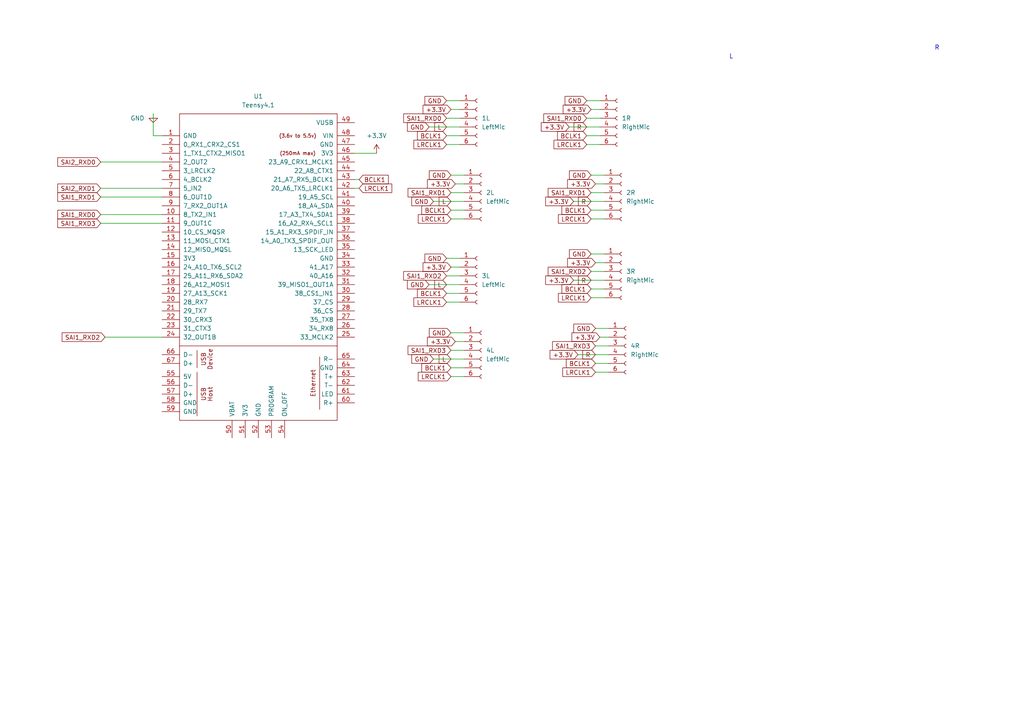
<source format=kicad_sch>
(kicad_sch
	(version 20250114)
	(generator "eeschema")
	(generator_version "9.0")
	(uuid "4fa4aaa0-7e62-42c6-8ef6-a40eec6f8b94")
	(paper "A4")
	(lib_symbols
		(symbol "Connector:Conn_01x06_Socket"
			(pin_names
				(offset 1.016)
				(hide yes)
			)
			(exclude_from_sim no)
			(in_bom yes)
			(on_board yes)
			(property "Reference" "J"
				(at 0 7.62 0)
				(effects
					(font
						(size 1.27 1.27)
					)
				)
			)
			(property "Value" "Conn_01x06_Socket"
				(at 0 -10.16 0)
				(effects
					(font
						(size 1.27 1.27)
					)
				)
			)
			(property "Footprint" ""
				(at 0 0 0)
				(effects
					(font
						(size 1.27 1.27)
					)
					(hide yes)
				)
			)
			(property "Datasheet" "~"
				(at 0 0 0)
				(effects
					(font
						(size 1.27 1.27)
					)
					(hide yes)
				)
			)
			(property "Description" "Generic connector, single row, 01x06, script generated"
				(at 0 0 0)
				(effects
					(font
						(size 1.27 1.27)
					)
					(hide yes)
				)
			)
			(property "ki_locked" ""
				(at 0 0 0)
				(effects
					(font
						(size 1.27 1.27)
					)
				)
			)
			(property "ki_keywords" "connector"
				(at 0 0 0)
				(effects
					(font
						(size 1.27 1.27)
					)
					(hide yes)
				)
			)
			(property "ki_fp_filters" "Connector*:*_1x??_*"
				(at 0 0 0)
				(effects
					(font
						(size 1.27 1.27)
					)
					(hide yes)
				)
			)
			(symbol "Conn_01x06_Socket_1_1"
				(polyline
					(pts
						(xy -1.27 5.08) (xy -0.508 5.08)
					)
					(stroke
						(width 0.1524)
						(type default)
					)
					(fill
						(type none)
					)
				)
				(polyline
					(pts
						(xy -1.27 2.54) (xy -0.508 2.54)
					)
					(stroke
						(width 0.1524)
						(type default)
					)
					(fill
						(type none)
					)
				)
				(polyline
					(pts
						(xy -1.27 0) (xy -0.508 0)
					)
					(stroke
						(width 0.1524)
						(type default)
					)
					(fill
						(type none)
					)
				)
				(polyline
					(pts
						(xy -1.27 -2.54) (xy -0.508 -2.54)
					)
					(stroke
						(width 0.1524)
						(type default)
					)
					(fill
						(type none)
					)
				)
				(polyline
					(pts
						(xy -1.27 -5.08) (xy -0.508 -5.08)
					)
					(stroke
						(width 0.1524)
						(type default)
					)
					(fill
						(type none)
					)
				)
				(polyline
					(pts
						(xy -1.27 -7.62) (xy -0.508 -7.62)
					)
					(stroke
						(width 0.1524)
						(type default)
					)
					(fill
						(type none)
					)
				)
				(arc
					(start 0 4.572)
					(mid -0.5058 5.08)
					(end 0 5.588)
					(stroke
						(width 0.1524)
						(type default)
					)
					(fill
						(type none)
					)
				)
				(arc
					(start 0 2.032)
					(mid -0.5058 2.54)
					(end 0 3.048)
					(stroke
						(width 0.1524)
						(type default)
					)
					(fill
						(type none)
					)
				)
				(arc
					(start 0 -0.508)
					(mid -0.5058 0)
					(end 0 0.508)
					(stroke
						(width 0.1524)
						(type default)
					)
					(fill
						(type none)
					)
				)
				(arc
					(start 0 -3.048)
					(mid -0.5058 -2.54)
					(end 0 -2.032)
					(stroke
						(width 0.1524)
						(type default)
					)
					(fill
						(type none)
					)
				)
				(arc
					(start 0 -5.588)
					(mid -0.5058 -5.08)
					(end 0 -4.572)
					(stroke
						(width 0.1524)
						(type default)
					)
					(fill
						(type none)
					)
				)
				(arc
					(start 0 -8.128)
					(mid -0.5058 -7.62)
					(end 0 -7.112)
					(stroke
						(width 0.1524)
						(type default)
					)
					(fill
						(type none)
					)
				)
				(pin passive line
					(at -5.08 5.08 0)
					(length 3.81)
					(name "Pin_1"
						(effects
							(font
								(size 1.27 1.27)
							)
						)
					)
					(number "1"
						(effects
							(font
								(size 1.27 1.27)
							)
						)
					)
				)
				(pin passive line
					(at -5.08 2.54 0)
					(length 3.81)
					(name "Pin_2"
						(effects
							(font
								(size 1.27 1.27)
							)
						)
					)
					(number "2"
						(effects
							(font
								(size 1.27 1.27)
							)
						)
					)
				)
				(pin passive line
					(at -5.08 0 0)
					(length 3.81)
					(name "Pin_3"
						(effects
							(font
								(size 1.27 1.27)
							)
						)
					)
					(number "3"
						(effects
							(font
								(size 1.27 1.27)
							)
						)
					)
				)
				(pin passive line
					(at -5.08 -2.54 0)
					(length 3.81)
					(name "Pin_4"
						(effects
							(font
								(size 1.27 1.27)
							)
						)
					)
					(number "4"
						(effects
							(font
								(size 1.27 1.27)
							)
						)
					)
				)
				(pin passive line
					(at -5.08 -5.08 0)
					(length 3.81)
					(name "Pin_5"
						(effects
							(font
								(size 1.27 1.27)
							)
						)
					)
					(number "5"
						(effects
							(font
								(size 1.27 1.27)
							)
						)
					)
				)
				(pin passive line
					(at -5.08 -7.62 0)
					(length 3.81)
					(name "Pin_6"
						(effects
							(font
								(size 1.27 1.27)
							)
						)
					)
					(number "6"
						(effects
							(font
								(size 1.27 1.27)
							)
						)
					)
				)
			)
			(embedded_fonts no)
		)
		(symbol "power:+3.3V"
			(power)
			(pin_numbers
				(hide yes)
			)
			(pin_names
				(offset 0)
				(hide yes)
			)
			(exclude_from_sim no)
			(in_bom yes)
			(on_board yes)
			(property "Reference" "#PWR"
				(at 0 -3.81 0)
				(effects
					(font
						(size 1.27 1.27)
					)
					(hide yes)
				)
			)
			(property "Value" "+3.3V"
				(at 0 3.556 0)
				(effects
					(font
						(size 1.27 1.27)
					)
				)
			)
			(property "Footprint" ""
				(at 0 0 0)
				(effects
					(font
						(size 1.27 1.27)
					)
					(hide yes)
				)
			)
			(property "Datasheet" ""
				(at 0 0 0)
				(effects
					(font
						(size 1.27 1.27)
					)
					(hide yes)
				)
			)
			(property "Description" "Power symbol creates a global label with name \"+3.3V\""
				(at 0 0 0)
				(effects
					(font
						(size 1.27 1.27)
					)
					(hide yes)
				)
			)
			(property "ki_keywords" "global power"
				(at 0 0 0)
				(effects
					(font
						(size 1.27 1.27)
					)
					(hide yes)
				)
			)
			(symbol "+3.3V_0_1"
				(polyline
					(pts
						(xy -0.762 1.27) (xy 0 2.54)
					)
					(stroke
						(width 0)
						(type default)
					)
					(fill
						(type none)
					)
				)
				(polyline
					(pts
						(xy 0 2.54) (xy 0.762 1.27)
					)
					(stroke
						(width 0)
						(type default)
					)
					(fill
						(type none)
					)
				)
				(polyline
					(pts
						(xy 0 0) (xy 0 2.54)
					)
					(stroke
						(width 0)
						(type default)
					)
					(fill
						(type none)
					)
				)
			)
			(symbol "+3.3V_1_1"
				(pin power_in line
					(at 0 0 90)
					(length 0)
					(name "~"
						(effects
							(font
								(size 1.27 1.27)
							)
						)
					)
					(number "1"
						(effects
							(font
								(size 1.27 1.27)
							)
						)
					)
				)
			)
			(embedded_fonts no)
		)
		(symbol "power:GND"
			(power)
			(pin_numbers
				(hide yes)
			)
			(pin_names
				(offset 0)
				(hide yes)
			)
			(exclude_from_sim no)
			(in_bom yes)
			(on_board yes)
			(property "Reference" "#PWR"
				(at 0 -6.35 0)
				(effects
					(font
						(size 1.27 1.27)
					)
					(hide yes)
				)
			)
			(property "Value" "GND"
				(at 0 -3.81 0)
				(effects
					(font
						(size 1.27 1.27)
					)
				)
			)
			(property "Footprint" ""
				(at 0 0 0)
				(effects
					(font
						(size 1.27 1.27)
					)
					(hide yes)
				)
			)
			(property "Datasheet" ""
				(at 0 0 0)
				(effects
					(font
						(size 1.27 1.27)
					)
					(hide yes)
				)
			)
			(property "Description" "Power symbol creates a global label with name \"GND\" , ground"
				(at 0 0 0)
				(effects
					(font
						(size 1.27 1.27)
					)
					(hide yes)
				)
			)
			(property "ki_keywords" "global power"
				(at 0 0 0)
				(effects
					(font
						(size 1.27 1.27)
					)
					(hide yes)
				)
			)
			(symbol "GND_0_1"
				(polyline
					(pts
						(xy 0 0) (xy 0 -1.27) (xy 1.27 -1.27) (xy 0 -2.54) (xy -1.27 -1.27) (xy 0 -1.27)
					)
					(stroke
						(width 0)
						(type default)
					)
					(fill
						(type none)
					)
				)
			)
			(symbol "GND_1_1"
				(pin power_in line
					(at 0 0 270)
					(length 0)
					(name "~"
						(effects
							(font
								(size 1.27 1.27)
							)
						)
					)
					(number "1"
						(effects
							(font
								(size 1.27 1.27)
							)
						)
					)
				)
			)
			(embedded_fonts no)
		)
		(symbol "teensy:Teensy4.1"
			(pin_names
				(offset 1.016)
			)
			(exclude_from_sim no)
			(in_bom yes)
			(on_board yes)
			(property "Reference" "U"
				(at 0 64.77 0)
				(effects
					(font
						(size 1.27 1.27)
					)
				)
			)
			(property "Value" "Teensy4.1"
				(at 0 62.23 0)
				(effects
					(font
						(size 1.27 1.27)
					)
				)
			)
			(property "Footprint" ""
				(at -10.16 10.16 0)
				(effects
					(font
						(size 1.27 1.27)
					)
					(hide yes)
				)
			)
			(property "Datasheet" ""
				(at -10.16 10.16 0)
				(effects
					(font
						(size 1.27 1.27)
					)
					(hide yes)
				)
			)
			(property "Description" ""
				(at 0 0 0)
				(effects
					(font
						(size 1.27 1.27)
					)
					(hide yes)
				)
			)
			(symbol "Teensy4.1_0_0"
				(polyline
					(pts
						(xy -22.86 -6.35) (xy 22.86 -6.35)
					)
					(stroke
						(width 0)
						(type solid)
					)
					(fill
						(type none)
					)
				)
				(polyline
					(pts
						(xy -17.78 -7.62) (xy -17.78 -12.7)
					)
					(stroke
						(width 0)
						(type solid)
					)
					(fill
						(type none)
					)
				)
				(polyline
					(pts
						(xy -17.78 -26.67) (xy -17.78 -13.97)
					)
					(stroke
						(width 0)
						(type solid)
					)
					(fill
						(type none)
					)
				)
				(polyline
					(pts
						(xy 17.78 -9.525) (xy 17.78 -24.765)
					)
					(stroke
						(width 0)
						(type solid)
					)
					(fill
						(type none)
					)
				)
				(text "USB"
					(at -15.875 -10.16 900)
					(effects
						(font
							(size 1.27 1.27)
						)
					)
				)
				(text "USB"
					(at -15.875 -20.32 900)
					(effects
						(font
							(size 1.27 1.27)
						)
					)
				)
				(text "Device"
					(at -13.97 -10.16 900)
					(effects
						(font
							(size 1.27 1.27)
						)
					)
				)
				(text "Host"
					(at -13.97 -20.32 900)
					(effects
						(font
							(size 1.27 1.27)
						)
					)
				)
				(text "(3.6v to 5.5v)"
					(at 11.43 54.61 0)
					(effects
						(font
							(size 1.016 1.016)
						)
					)
				)
				(text "(250mA max)"
					(at 11.43 49.53 0)
					(effects
						(font
							(size 1.016 1.016)
						)
					)
				)
				(text "Ethernet"
					(at 15.875 -17.145 900)
					(effects
						(font
							(size 1.27 1.27)
						)
					)
				)
				(pin bidirectional line
					(at -27.94 44.45 0)
					(length 5.08)
					(name "3_LRCLK2"
						(effects
							(font
								(size 1.27 1.27)
							)
						)
					)
					(number "5"
						(effects
							(font
								(size 1.27 1.27)
							)
						)
					)
				)
				(pin bidirectional line
					(at -27.94 41.91 0)
					(length 5.08)
					(name "4_BCLK2"
						(effects
							(font
								(size 1.27 1.27)
							)
						)
					)
					(number "6"
						(effects
							(font
								(size 1.27 1.27)
							)
						)
					)
				)
				(pin bidirectional line
					(at -27.94 39.37 0)
					(length 5.08)
					(name "5_IN2"
						(effects
							(font
								(size 1.27 1.27)
							)
						)
					)
					(number "7"
						(effects
							(font
								(size 1.27 1.27)
							)
						)
					)
				)
				(pin bidirectional line
					(at -27.94 36.83 0)
					(length 5.08)
					(name "6_OUT1D"
						(effects
							(font
								(size 1.27 1.27)
							)
						)
					)
					(number "8"
						(effects
							(font
								(size 1.27 1.27)
							)
						)
					)
				)
				(pin bidirectional line
					(at -27.94 34.29 0)
					(length 5.08)
					(name "7_RX2_OUT1A"
						(effects
							(font
								(size 1.27 1.27)
							)
						)
					)
					(number "9"
						(effects
							(font
								(size 1.27 1.27)
							)
						)
					)
				)
				(pin bidirectional line
					(at -27.94 31.75 0)
					(length 5.08)
					(name "8_TX2_IN1"
						(effects
							(font
								(size 1.27 1.27)
							)
						)
					)
					(number "10"
						(effects
							(font
								(size 1.27 1.27)
							)
						)
					)
				)
				(pin bidirectional line
					(at -27.94 29.21 0)
					(length 5.08)
					(name "9_OUT1C"
						(effects
							(font
								(size 1.27 1.27)
							)
						)
					)
					(number "11"
						(effects
							(font
								(size 1.27 1.27)
							)
						)
					)
				)
				(pin bidirectional line
					(at -27.94 26.67 0)
					(length 5.08)
					(name "10_CS_MQSR"
						(effects
							(font
								(size 1.27 1.27)
							)
						)
					)
					(number "12"
						(effects
							(font
								(size 1.27 1.27)
							)
						)
					)
				)
				(pin bidirectional line
					(at -27.94 24.13 0)
					(length 5.08)
					(name "11_MOSI_CTX1"
						(effects
							(font
								(size 1.27 1.27)
							)
						)
					)
					(number "13"
						(effects
							(font
								(size 1.27 1.27)
							)
						)
					)
				)
				(pin bidirectional line
					(at -27.94 21.59 0)
					(length 5.08)
					(name "12_MISO_MQSL"
						(effects
							(font
								(size 1.27 1.27)
							)
						)
					)
					(number "14"
						(effects
							(font
								(size 1.27 1.27)
							)
						)
					)
				)
				(pin power_in line
					(at -27.94 19.05 0)
					(length 5.08)
					(name "3V3"
						(effects
							(font
								(size 1.27 1.27)
							)
						)
					)
					(number "15"
						(effects
							(font
								(size 1.27 1.27)
							)
						)
					)
				)
				(pin bidirectional line
					(at -27.94 16.51 0)
					(length 5.08)
					(name "24_A10_TX6_SCL2"
						(effects
							(font
								(size 1.27 1.27)
							)
						)
					)
					(number "16"
						(effects
							(font
								(size 1.27 1.27)
							)
						)
					)
				)
				(pin bidirectional line
					(at -27.94 13.97 0)
					(length 5.08)
					(name "25_A11_RX6_SDA2"
						(effects
							(font
								(size 1.27 1.27)
							)
						)
					)
					(number "17"
						(effects
							(font
								(size 1.27 1.27)
							)
						)
					)
				)
				(pin bidirectional line
					(at -27.94 11.43 0)
					(length 5.08)
					(name "26_A12_MOSI1"
						(effects
							(font
								(size 1.27 1.27)
							)
						)
					)
					(number "18"
						(effects
							(font
								(size 1.27 1.27)
							)
						)
					)
				)
				(pin bidirectional line
					(at -27.94 8.89 0)
					(length 5.08)
					(name "27_A13_SCK1"
						(effects
							(font
								(size 1.27 1.27)
							)
						)
					)
					(number "19"
						(effects
							(font
								(size 1.27 1.27)
							)
						)
					)
				)
				(pin bidirectional line
					(at -27.94 6.35 0)
					(length 5.08)
					(name "28_RX7"
						(effects
							(font
								(size 1.27 1.27)
							)
						)
					)
					(number "20"
						(effects
							(font
								(size 1.27 1.27)
							)
						)
					)
				)
				(pin bidirectional line
					(at -27.94 3.81 0)
					(length 5.08)
					(name "29_TX7"
						(effects
							(font
								(size 1.27 1.27)
							)
						)
					)
					(number "21"
						(effects
							(font
								(size 1.27 1.27)
							)
						)
					)
				)
				(pin bidirectional line
					(at -27.94 1.27 0)
					(length 5.08)
					(name "30_CRX3"
						(effects
							(font
								(size 1.27 1.27)
							)
						)
					)
					(number "22"
						(effects
							(font
								(size 1.27 1.27)
							)
						)
					)
				)
				(pin bidirectional line
					(at -27.94 -1.27 0)
					(length 5.08)
					(name "31_CTX3"
						(effects
							(font
								(size 1.27 1.27)
							)
						)
					)
					(number "23"
						(effects
							(font
								(size 1.27 1.27)
							)
						)
					)
				)
				(pin bidirectional line
					(at -27.94 -3.81 0)
					(length 5.08)
					(name "32_OUT1B"
						(effects
							(font
								(size 1.27 1.27)
							)
						)
					)
					(number "24"
						(effects
							(font
								(size 1.27 1.27)
							)
						)
					)
				)
				(pin bidirectional line
					(at -27.94 -8.89 0)
					(length 5.08)
					(name "D-"
						(effects
							(font
								(size 1.27 1.27)
							)
						)
					)
					(number "66"
						(effects
							(font
								(size 1.27 1.27)
							)
						)
					)
				)
				(pin bidirectional line
					(at -27.94 -11.43 0)
					(length 5.08)
					(name "D+"
						(effects
							(font
								(size 1.27 1.27)
							)
						)
					)
					(number "67"
						(effects
							(font
								(size 1.27 1.27)
							)
						)
					)
				)
				(pin power_out line
					(at -27.94 -15.24 0)
					(length 5.08)
					(name "5V"
						(effects
							(font
								(size 1.27 1.27)
							)
						)
					)
					(number "55"
						(effects
							(font
								(size 1.27 1.27)
							)
						)
					)
				)
				(pin bidirectional line
					(at -27.94 -17.78 0)
					(length 5.08)
					(name "D-"
						(effects
							(font
								(size 1.27 1.27)
							)
						)
					)
					(number "56"
						(effects
							(font
								(size 1.27 1.27)
							)
						)
					)
				)
				(pin bidirectional line
					(at -27.94 -20.32 0)
					(length 5.08)
					(name "D+"
						(effects
							(font
								(size 1.27 1.27)
							)
						)
					)
					(number "57"
						(effects
							(font
								(size 1.27 1.27)
							)
						)
					)
				)
				(pin power_in line
					(at -27.94 -22.86 0)
					(length 5.08)
					(name "GND"
						(effects
							(font
								(size 1.27 1.27)
							)
						)
					)
					(number "58"
						(effects
							(font
								(size 1.27 1.27)
							)
						)
					)
				)
				(pin power_in line
					(at -27.94 -25.4 0)
					(length 5.08)
					(name "GND"
						(effects
							(font
								(size 1.27 1.27)
							)
						)
					)
					(number "59"
						(effects
							(font
								(size 1.27 1.27)
							)
						)
					)
				)
				(pin power_in line
					(at -7.62 -33.02 90)
					(length 5.08)
					(name "VBAT"
						(effects
							(font
								(size 1.27 1.27)
							)
						)
					)
					(number "50"
						(effects
							(font
								(size 1.27 1.27)
							)
						)
					)
				)
				(pin power_in line
					(at -3.81 -33.02 90)
					(length 5.08)
					(name "3V3"
						(effects
							(font
								(size 1.27 1.27)
							)
						)
					)
					(number "51"
						(effects
							(font
								(size 1.27 1.27)
							)
						)
					)
				)
				(pin input line
					(at 0 -33.02 90)
					(length 5.08)
					(name "GND"
						(effects
							(font
								(size 1.27 1.27)
							)
						)
					)
					(number "52"
						(effects
							(font
								(size 1.27 1.27)
							)
						)
					)
				)
				(pin input line
					(at 3.81 -33.02 90)
					(length 5.08)
					(name "PROGRAM"
						(effects
							(font
								(size 1.27 1.27)
							)
						)
					)
					(number "53"
						(effects
							(font
								(size 1.27 1.27)
							)
						)
					)
				)
				(pin input line
					(at 7.62 -33.02 90)
					(length 5.08)
					(name "ON_OFF"
						(effects
							(font
								(size 1.27 1.27)
							)
						)
					)
					(number "54"
						(effects
							(font
								(size 1.27 1.27)
							)
						)
					)
				)
				(pin power_out line
					(at 27.94 58.42 180)
					(length 5.08)
					(name "VUSB"
						(effects
							(font
								(size 1.27 1.27)
							)
						)
					)
					(number "49"
						(effects
							(font
								(size 1.27 1.27)
							)
						)
					)
				)
				(pin power_in line
					(at 27.94 54.61 180)
					(length 5.08)
					(name "VIN"
						(effects
							(font
								(size 1.27 1.27)
							)
						)
					)
					(number "48"
						(effects
							(font
								(size 1.27 1.27)
							)
						)
					)
				)
				(pin output line
					(at 27.94 52.07 180)
					(length 5.08)
					(name "GND"
						(effects
							(font
								(size 1.27 1.27)
							)
						)
					)
					(number "47"
						(effects
							(font
								(size 1.27 1.27)
							)
						)
					)
				)
				(pin output line
					(at 27.94 49.53 180)
					(length 5.08)
					(name "3V3"
						(effects
							(font
								(size 1.27 1.27)
							)
						)
					)
					(number "46"
						(effects
							(font
								(size 1.27 1.27)
							)
						)
					)
				)
				(pin bidirectional line
					(at 27.94 46.99 180)
					(length 5.08)
					(name "23_A9_CRX1_MCLK1"
						(effects
							(font
								(size 1.27 1.27)
							)
						)
					)
					(number "45"
						(effects
							(font
								(size 1.27 1.27)
							)
						)
					)
				)
				(pin bidirectional line
					(at 27.94 44.45 180)
					(length 5.08)
					(name "22_A8_CTX1"
						(effects
							(font
								(size 1.27 1.27)
							)
						)
					)
					(number "44"
						(effects
							(font
								(size 1.27 1.27)
							)
						)
					)
				)
				(pin bidirectional line
					(at 27.94 41.91 180)
					(length 5.08)
					(name "21_A7_RX5_BCLK1"
						(effects
							(font
								(size 1.27 1.27)
							)
						)
					)
					(number "43"
						(effects
							(font
								(size 1.27 1.27)
							)
						)
					)
				)
				(pin bidirectional line
					(at 27.94 39.37 180)
					(length 5.08)
					(name "20_A6_TX5_LRCLK1"
						(effects
							(font
								(size 1.27 1.27)
							)
						)
					)
					(number "42"
						(effects
							(font
								(size 1.27 1.27)
							)
						)
					)
				)
				(pin bidirectional line
					(at 27.94 36.83 180)
					(length 5.08)
					(name "19_A5_SCL"
						(effects
							(font
								(size 1.27 1.27)
							)
						)
					)
					(number "41"
						(effects
							(font
								(size 1.27 1.27)
							)
						)
					)
				)
				(pin bidirectional line
					(at 27.94 34.29 180)
					(length 5.08)
					(name "18_A4_SDA"
						(effects
							(font
								(size 1.27 1.27)
							)
						)
					)
					(number "40"
						(effects
							(font
								(size 1.27 1.27)
							)
						)
					)
				)
				(pin bidirectional line
					(at 27.94 31.75 180)
					(length 5.08)
					(name "17_A3_TX4_SDA1"
						(effects
							(font
								(size 1.27 1.27)
							)
						)
					)
					(number "39"
						(effects
							(font
								(size 1.27 1.27)
							)
						)
					)
				)
				(pin bidirectional line
					(at 27.94 29.21 180)
					(length 5.08)
					(name "16_A2_RX4_SCL1"
						(effects
							(font
								(size 1.27 1.27)
							)
						)
					)
					(number "38"
						(effects
							(font
								(size 1.27 1.27)
							)
						)
					)
				)
				(pin bidirectional line
					(at 27.94 26.67 180)
					(length 5.08)
					(name "15_A1_RX3_SPDIF_IN"
						(effects
							(font
								(size 1.27 1.27)
							)
						)
					)
					(number "37"
						(effects
							(font
								(size 1.27 1.27)
							)
						)
					)
				)
				(pin bidirectional line
					(at 27.94 24.13 180)
					(length 5.08)
					(name "14_A0_TX3_SPDIF_OUT"
						(effects
							(font
								(size 1.27 1.27)
							)
						)
					)
					(number "36"
						(effects
							(font
								(size 1.27 1.27)
							)
						)
					)
				)
				(pin bidirectional line
					(at 27.94 21.59 180)
					(length 5.08)
					(name "13_SCK_LED"
						(effects
							(font
								(size 1.27 1.27)
							)
						)
					)
					(number "35"
						(effects
							(font
								(size 1.27 1.27)
							)
						)
					)
				)
				(pin bidirectional line
					(at 27.94 16.51 180)
					(length 5.08)
					(name "41_A17"
						(effects
							(font
								(size 1.27 1.27)
							)
						)
					)
					(number "33"
						(effects
							(font
								(size 1.27 1.27)
							)
						)
					)
				)
				(pin bidirectional line
					(at 27.94 13.97 180)
					(length 5.08)
					(name "40_A16"
						(effects
							(font
								(size 1.27 1.27)
							)
						)
					)
					(number "32"
						(effects
							(font
								(size 1.27 1.27)
							)
						)
					)
				)
				(pin bidirectional line
					(at 27.94 11.43 180)
					(length 5.08)
					(name "39_MISO1_OUT1A"
						(effects
							(font
								(size 1.27 1.27)
							)
						)
					)
					(number "31"
						(effects
							(font
								(size 1.27 1.27)
							)
						)
					)
				)
				(pin bidirectional line
					(at 27.94 8.89 180)
					(length 5.08)
					(name "38_CS1_IN1"
						(effects
							(font
								(size 1.27 1.27)
							)
						)
					)
					(number "30"
						(effects
							(font
								(size 1.27 1.27)
							)
						)
					)
				)
				(pin bidirectional line
					(at 27.94 6.35 180)
					(length 5.08)
					(name "37_CS"
						(effects
							(font
								(size 1.27 1.27)
							)
						)
					)
					(number "29"
						(effects
							(font
								(size 1.27 1.27)
							)
						)
					)
				)
				(pin bidirectional line
					(at 27.94 3.81 180)
					(length 5.08)
					(name "36_CS"
						(effects
							(font
								(size 1.27 1.27)
							)
						)
					)
					(number "28"
						(effects
							(font
								(size 1.27 1.27)
							)
						)
					)
				)
				(pin bidirectional line
					(at 27.94 1.27 180)
					(length 5.08)
					(name "35_TX8"
						(effects
							(font
								(size 1.27 1.27)
							)
						)
					)
					(number "27"
						(effects
							(font
								(size 1.27 1.27)
							)
						)
					)
				)
				(pin bidirectional line
					(at 27.94 -1.27 180)
					(length 5.08)
					(name "34_RX8"
						(effects
							(font
								(size 1.27 1.27)
							)
						)
					)
					(number "26"
						(effects
							(font
								(size 1.27 1.27)
							)
						)
					)
				)
				(pin bidirectional line
					(at 27.94 -3.81 180)
					(length 5.08)
					(name "33_MCLK2"
						(effects
							(font
								(size 1.27 1.27)
							)
						)
					)
					(number "25"
						(effects
							(font
								(size 1.27 1.27)
							)
						)
					)
				)
				(pin bidirectional line
					(at 27.94 -10.16 180)
					(length 5.08)
					(name "R-"
						(effects
							(font
								(size 1.27 1.27)
							)
						)
					)
					(number "65"
						(effects
							(font
								(size 1.27 1.27)
							)
						)
					)
				)
				(pin power_in line
					(at 27.94 -12.7 180)
					(length 5.08)
					(name "GND"
						(effects
							(font
								(size 1.27 1.27)
							)
						)
					)
					(number "64"
						(effects
							(font
								(size 1.27 1.27)
							)
						)
					)
				)
				(pin bidirectional line
					(at 27.94 -15.24 180)
					(length 5.08)
					(name "T+"
						(effects
							(font
								(size 1.27 1.27)
							)
						)
					)
					(number "63"
						(effects
							(font
								(size 1.27 1.27)
							)
						)
					)
				)
				(pin bidirectional line
					(at 27.94 -17.78 180)
					(length 5.08)
					(name "T-"
						(effects
							(font
								(size 1.27 1.27)
							)
						)
					)
					(number "62"
						(effects
							(font
								(size 1.27 1.27)
							)
						)
					)
				)
				(pin bidirectional line
					(at 27.94 -20.32 180)
					(length 5.08)
					(name "LED"
						(effects
							(font
								(size 1.27 1.27)
							)
						)
					)
					(number "61"
						(effects
							(font
								(size 1.27 1.27)
							)
						)
					)
				)
				(pin bidirectional line
					(at 27.94 -22.86 180)
					(length 5.08)
					(name "R+"
						(effects
							(font
								(size 1.27 1.27)
							)
						)
					)
					(number "60"
						(effects
							(font
								(size 1.27 1.27)
							)
						)
					)
				)
			)
			(symbol "Teensy4.1_0_1"
				(rectangle
					(start -22.86 60.96)
					(end 22.86 -27.94)
					(stroke
						(width 0)
						(type solid)
					)
					(fill
						(type none)
					)
				)
				(rectangle
					(start -20.32 -1.27)
					(end -20.32 -1.27)
					(stroke
						(width 0)
						(type solid)
					)
					(fill
						(type none)
					)
				)
			)
			(symbol "Teensy4.1_1_1"
				(pin power_in line
					(at -27.94 54.61 0)
					(length 5.08)
					(name "GND"
						(effects
							(font
								(size 1.27 1.27)
							)
						)
					)
					(number "1"
						(effects
							(font
								(size 1.27 1.27)
							)
						)
					)
				)
				(pin bidirectional line
					(at -27.94 52.07 0)
					(length 5.08)
					(name "0_RX1_CRX2_CS1"
						(effects
							(font
								(size 1.27 1.27)
							)
						)
					)
					(number "2"
						(effects
							(font
								(size 1.27 1.27)
							)
						)
					)
				)
				(pin bidirectional line
					(at -27.94 49.53 0)
					(length 5.08)
					(name "1_TX1_CTX2_MISO1"
						(effects
							(font
								(size 1.27 1.27)
							)
						)
					)
					(number "3"
						(effects
							(font
								(size 1.27 1.27)
							)
						)
					)
				)
				(pin bidirectional line
					(at -27.94 46.99 0)
					(length 5.08)
					(name "2_OUT2"
						(effects
							(font
								(size 1.27 1.27)
							)
						)
					)
					(number "4"
						(effects
							(font
								(size 1.27 1.27)
							)
						)
					)
				)
				(pin power_in line
					(at 27.94 19.05 180)
					(length 5.08)
					(name "GND"
						(effects
							(font
								(size 1.27 1.27)
							)
						)
					)
					(number "34"
						(effects
							(font
								(size 1.27 1.27)
							)
						)
					)
				)
			)
			(embedded_fonts no)
		)
	)
	(text "L"
		(exclude_from_sim no)
		(at 212.09 16.51 0)
		(effects
			(font
				(size 1.27 1.27)
			)
		)
		(uuid "1db678b3-cd23-44ca-b16f-c54144cdd61e")
	)
	(text "R"
		(exclude_from_sim no)
		(at 271.78 13.97 0)
		(effects
			(font
				(size 1.27 1.27)
			)
		)
		(uuid "91f048f7-6a9f-44ca-9e51-054163be6dde")
	)
	(wire
		(pts
			(xy 130.81 55.88) (xy 134.62 55.88)
		)
		(stroke
			(width 0)
			(type default)
		)
		(uuid "06678d92-acc0-48e1-9788-ab18ff464ce5")
	)
	(wire
		(pts
			(xy 171.45 60.96) (xy 175.26 60.96)
		)
		(stroke
			(width 0)
			(type default)
		)
		(uuid "06bdc21d-1492-47ee-b935-af3d1d0e9b0e")
	)
	(wire
		(pts
			(xy 171.45 63.5) (xy 175.26 63.5)
		)
		(stroke
			(width 0)
			(type default)
		)
		(uuid "1f0bda45-3b6a-4fab-a249-747121870e0e")
	)
	(wire
		(pts
			(xy 172.72 76.2) (xy 175.26 76.2)
		)
		(stroke
			(width 0)
			(type default)
		)
		(uuid "200f2f18-3fc3-4452-9ca8-0b11889b6937")
	)
	(wire
		(pts
			(xy 171.45 78.74) (xy 175.26 78.74)
		)
		(stroke
			(width 0)
			(type default)
		)
		(uuid "24bf4332-1744-447a-b9f3-4e403b30dd4f")
	)
	(wire
		(pts
			(xy 170.18 34.29) (xy 173.99 34.29)
		)
		(stroke
			(width 0)
			(type default)
		)
		(uuid "2bd2c97f-adca-4fff-a750-a8d9a5a55d23")
	)
	(wire
		(pts
			(xy 173.99 29.21) (xy 170.18 29.21)
		)
		(stroke
			(width 0)
			(type default)
		)
		(uuid "30e94cf6-63b4-4941-baa5-edc758f36fb1")
	)
	(wire
		(pts
			(xy 29.21 57.15) (xy 46.99 57.15)
		)
		(stroke
			(width 0)
			(type default)
		)
		(uuid "3479c16f-658e-4793-9164-45e71d509d4e")
	)
	(wire
		(pts
			(xy 170.18 39.37) (xy 173.99 39.37)
		)
		(stroke
			(width 0)
			(type default)
		)
		(uuid "3582ae6c-53e9-4245-8c4a-6e4be4f84d30")
	)
	(wire
		(pts
			(xy 129.54 85.09) (xy 133.35 85.09)
		)
		(stroke
			(width 0)
			(type default)
		)
		(uuid "3790b979-5227-4c48-ac8d-f964e90cf76c")
	)
	(wire
		(pts
			(xy 130.81 109.22) (xy 134.62 109.22)
		)
		(stroke
			(width 0)
			(type default)
		)
		(uuid "41b03b0d-0f2e-4a13-b383-4d37eb555442")
	)
	(wire
		(pts
			(xy 171.45 86.36) (xy 175.26 86.36)
		)
		(stroke
			(width 0)
			(type default)
		)
		(uuid "4676f4b8-c6e4-4b06-8534-0806b1748b3f")
	)
	(wire
		(pts
			(xy 172.72 105.41) (xy 176.53 105.41)
		)
		(stroke
			(width 0)
			(type default)
		)
		(uuid "467fb601-b8a7-4014-9048-478b61294807")
	)
	(wire
		(pts
			(xy 29.21 46.99) (xy 46.99 46.99)
		)
		(stroke
			(width 0)
			(type default)
		)
		(uuid "46d7168b-62c0-4d19-aec5-68afb9f02abd")
	)
	(wire
		(pts
			(xy 129.54 39.37) (xy 133.35 39.37)
		)
		(stroke
			(width 0)
			(type default)
		)
		(uuid "470876d9-7a8b-4dae-8b38-a23e05002e9d")
	)
	(wire
		(pts
			(xy 129.54 80.01) (xy 133.35 80.01)
		)
		(stroke
			(width 0)
			(type default)
		)
		(uuid "479ccdb2-8e25-4236-b855-35bfbf92876a")
	)
	(wire
		(pts
			(xy 175.26 50.8) (xy 171.45 50.8)
		)
		(stroke
			(width 0)
			(type default)
		)
		(uuid "504a6bd8-6a90-4c1b-aaf9-24354d9ef131")
	)
	(wire
		(pts
			(xy 172.72 100.33) (xy 176.53 100.33)
		)
		(stroke
			(width 0)
			(type default)
		)
		(uuid "50bfed64-a678-4a1b-b138-fd1a21069bab")
	)
	(wire
		(pts
			(xy 176.53 95.25) (xy 172.72 95.25)
		)
		(stroke
			(width 0)
			(type default)
		)
		(uuid "51789c5b-79b7-473f-aa15-2c53d28cee87")
	)
	(wire
		(pts
			(xy 134.62 50.8) (xy 130.81 50.8)
		)
		(stroke
			(width 0)
			(type default)
		)
		(uuid "57c69e7d-4e74-4226-95d2-19854fa15058")
	)
	(wire
		(pts
			(xy 124.46 82.55) (xy 133.35 82.55)
		)
		(stroke
			(width 0)
			(type default)
		)
		(uuid "61dc0628-b151-447a-adb8-6878e2957454")
	)
	(wire
		(pts
			(xy 102.87 44.45) (xy 109.22 44.45)
		)
		(stroke
			(width 0)
			(type default)
		)
		(uuid "675f9654-bb05-4dc9-ac82-8f7aadd2d5ff")
	)
	(wire
		(pts
			(xy 130.81 63.5) (xy 134.62 63.5)
		)
		(stroke
			(width 0)
			(type default)
		)
		(uuid "6d3e0617-f25e-4a67-afd8-2be7ae942208")
	)
	(wire
		(pts
			(xy 130.81 77.47) (xy 133.35 77.47)
		)
		(stroke
			(width 0)
			(type default)
		)
		(uuid "6ee774af-7c3f-47cb-9021-2df949cb7ba1")
	)
	(wire
		(pts
			(xy 130.81 101.6) (xy 134.62 101.6)
		)
		(stroke
			(width 0)
			(type default)
		)
		(uuid "725e84fe-db97-425a-82a9-2ca4eff3d74d")
	)
	(wire
		(pts
			(xy 102.87 52.07) (xy 104.14 52.07)
		)
		(stroke
			(width 0)
			(type default)
		)
		(uuid "72a8874f-b5f5-4ff3-b436-508cfc3302d0")
	)
	(wire
		(pts
			(xy 134.62 96.52) (xy 130.81 96.52)
		)
		(stroke
			(width 0)
			(type default)
		)
		(uuid "7398afb8-69f2-413e-9d1d-e814813a2d09")
	)
	(wire
		(pts
			(xy 29.21 54.61) (xy 46.99 54.61)
		)
		(stroke
			(width 0)
			(type default)
		)
		(uuid "7745b6e3-f761-46df-bc8f-6a842b6cb1e3")
	)
	(wire
		(pts
			(xy 166.37 58.42) (xy 175.26 58.42)
		)
		(stroke
			(width 0)
			(type default)
		)
		(uuid "7a58cf82-5309-4fae-85ea-2ce361fce70e")
	)
	(wire
		(pts
			(xy 130.81 60.96) (xy 134.62 60.96)
		)
		(stroke
			(width 0)
			(type default)
		)
		(uuid "7c7abd17-51db-4b02-aa8f-277b831c5ec4")
	)
	(wire
		(pts
			(xy 29.21 62.23) (xy 46.99 62.23)
		)
		(stroke
			(width 0)
			(type default)
		)
		(uuid "7df223b9-4cb7-4b6f-bed0-eb5fad509c94")
	)
	(wire
		(pts
			(xy 171.45 83.82) (xy 175.26 83.82)
		)
		(stroke
			(width 0)
			(type default)
		)
		(uuid "81995085-e962-4dff-885f-a9755f202d4a")
	)
	(wire
		(pts
			(xy 173.99 97.79) (xy 176.53 97.79)
		)
		(stroke
			(width 0)
			(type default)
		)
		(uuid "85dcee9a-c460-4ae0-800e-4ff7a0cec483")
	)
	(wire
		(pts
			(xy 129.54 87.63) (xy 133.35 87.63)
		)
		(stroke
			(width 0)
			(type default)
		)
		(uuid "9193153b-1200-4da2-afba-eb292ff3e7cb")
	)
	(wire
		(pts
			(xy 129.54 41.91) (xy 133.35 41.91)
		)
		(stroke
			(width 0)
			(type default)
		)
		(uuid "945fb46f-c42c-4c9c-be4f-a6d0fb47677b")
	)
	(wire
		(pts
			(xy 172.72 107.95) (xy 176.53 107.95)
		)
		(stroke
			(width 0)
			(type default)
		)
		(uuid "a07390be-db7b-4f0a-90dc-2b0326ae79a3")
	)
	(wire
		(pts
			(xy 132.08 53.34) (xy 134.62 53.34)
		)
		(stroke
			(width 0)
			(type default)
		)
		(uuid "a6e66b5f-b16b-4875-91a7-3717f7d3c1b2")
	)
	(wire
		(pts
			(xy 171.45 55.88) (xy 175.26 55.88)
		)
		(stroke
			(width 0)
			(type default)
		)
		(uuid "af0e5146-4985-4368-a09c-9683290f25ef")
	)
	(wire
		(pts
			(xy 172.72 53.34) (xy 175.26 53.34)
		)
		(stroke
			(width 0)
			(type default)
		)
		(uuid "af3e45a5-3d48-44ea-b660-1ee9642cfe19")
	)
	(wire
		(pts
			(xy 165.1 36.83) (xy 173.99 36.83)
		)
		(stroke
			(width 0)
			(type default)
		)
		(uuid "b568ed3f-7e32-4edb-b2bf-77e5baf41558")
	)
	(wire
		(pts
			(xy 102.87 54.61) (xy 104.14 54.61)
		)
		(stroke
			(width 0)
			(type default)
		)
		(uuid "b778a9d2-004c-4860-97c3-4735a7d52695")
	)
	(wire
		(pts
			(xy 44.45 39.37) (xy 46.99 39.37)
		)
		(stroke
			(width 0)
			(type default)
		)
		(uuid "ba1ed865-ee60-4653-8bee-d1293a030ac5")
	)
	(wire
		(pts
			(xy 129.54 34.29) (xy 133.35 34.29)
		)
		(stroke
			(width 0)
			(type default)
		)
		(uuid "c619e6c9-2d5a-48e7-9e44-11a891f9158f")
	)
	(wire
		(pts
			(xy 132.08 99.06) (xy 134.62 99.06)
		)
		(stroke
			(width 0)
			(type default)
		)
		(uuid "c947727e-2895-47ab-a6c3-cf28a6190097")
	)
	(wire
		(pts
			(xy 29.21 64.77) (xy 46.99 64.77)
		)
		(stroke
			(width 0)
			(type default)
		)
		(uuid "d3e9bdb1-a0ad-425e-9ec9-72ac75f5e8b8")
	)
	(wire
		(pts
			(xy 125.73 58.42) (xy 134.62 58.42)
		)
		(stroke
			(width 0)
			(type default)
		)
		(uuid "d8181894-ddda-4162-adb3-c9de873e7ae5")
	)
	(wire
		(pts
			(xy 30.48 97.79) (xy 46.99 97.79)
		)
		(stroke
			(width 0)
			(type default)
		)
		(uuid "d868642b-2556-4d74-b564-5079f3e71211")
	)
	(wire
		(pts
			(xy 124.46 36.83) (xy 133.35 36.83)
		)
		(stroke
			(width 0)
			(type default)
		)
		(uuid "db0bc454-b089-45f8-89a9-a602949a79fe")
	)
	(wire
		(pts
			(xy 133.35 29.21) (xy 129.54 29.21)
		)
		(stroke
			(width 0)
			(type default)
		)
		(uuid "dba6a905-ac7c-4e46-b92e-0948625ec3fc")
	)
	(wire
		(pts
			(xy 167.64 102.87) (xy 176.53 102.87)
		)
		(stroke
			(width 0)
			(type default)
		)
		(uuid "dbff9160-28a3-4d95-a8fc-a479125d3ddd")
	)
	(wire
		(pts
			(xy 171.45 31.75) (xy 173.99 31.75)
		)
		(stroke
			(width 0)
			(type default)
		)
		(uuid "dc6754bb-3146-4e3d-9aa9-82208b2c639c")
	)
	(wire
		(pts
			(xy 170.18 41.91) (xy 173.99 41.91)
		)
		(stroke
			(width 0)
			(type default)
		)
		(uuid "e6143d52-68c0-4364-bb4d-88c09c940731")
	)
	(wire
		(pts
			(xy 175.26 73.66) (xy 171.45 73.66)
		)
		(stroke
			(width 0)
			(type default)
		)
		(uuid "e7cb7e56-7352-4f52-b7df-ae4cc1254bd9")
	)
	(wire
		(pts
			(xy 125.73 104.14) (xy 134.62 104.14)
		)
		(stroke
			(width 0)
			(type default)
		)
		(uuid "e94334ca-a2b1-4fed-b171-11221ee4f330")
	)
	(wire
		(pts
			(xy 44.45 33.02) (xy 44.45 39.37)
		)
		(stroke
			(width 0)
			(type default)
		)
		(uuid "f82ccba2-2360-450e-9fd7-aa29349088cb")
	)
	(wire
		(pts
			(xy 130.81 31.75) (xy 133.35 31.75)
		)
		(stroke
			(width 0)
			(type default)
		)
		(uuid "f9213b1c-9357-4a3c-bdf5-fed7ae13c08c")
	)
	(wire
		(pts
			(xy 166.37 81.28) (xy 175.26 81.28)
		)
		(stroke
			(width 0)
			(type default)
		)
		(uuid "f9e72906-2c2c-4305-9a0b-dc6136e77ab2")
	)
	(wire
		(pts
			(xy 133.35 74.93) (xy 129.54 74.93)
		)
		(stroke
			(width 0)
			(type default)
		)
		(uuid "fe21cbb2-3e30-4c26-8516-656c26baebc3")
	)
	(wire
		(pts
			(xy 130.81 106.68) (xy 134.62 106.68)
		)
		(stroke
			(width 0)
			(type default)
		)
		(uuid "ffe811c2-529f-4af4-bd22-26c71b872a13")
	)
	(global_label "SAI1_RXD3"
		(shape input)
		(at 172.72 100.33 180)
		(fields_autoplaced yes)
		(effects
			(font
				(size 1.27 1.27)
			)
			(justify right)
		)
		(uuid "0253a506-536f-473a-8c97-1e35431c676c")
		(property "Intersheetrefs" "${INTERSHEET_REFS}"
			(at 159.6958 100.33 0)
			(effects
				(font
					(size 1.27 1.27)
				)
				(justify right)
				(hide yes)
			)
		)
	)
	(global_label "GND"
		(shape input)
		(at 124.46 36.83 180)
		(fields_autoplaced yes)
		(effects
			(font
				(size 1.27 1.27)
			)
			(justify right)
		)
		(uuid "0e0be4d7-8f29-457e-9a7b-ff386c383b9b")
		(property "Intersheetrefs" "${INTERSHEET_REFS}"
			(at 117.6043 36.83 0)
			(effects
				(font
					(size 1.27 1.27)
				)
				(justify right)
				(hide yes)
			)
		)
	)
	(global_label "SAI1_RXD1"
		(shape input)
		(at 130.81 55.88 180)
		(fields_autoplaced yes)
		(effects
			(font
				(size 1.27 1.27)
			)
			(justify right)
		)
		(uuid "10f2aa42-1829-4b6d-a399-c57785a13b0b")
		(property "Intersheetrefs" "${INTERSHEET_REFS}"
			(at 117.7858 55.88 0)
			(effects
				(font
					(size 1.27 1.27)
				)
				(justify right)
				(hide yes)
			)
		)
	)
	(global_label "+3.3V"
		(shape input)
		(at 171.45 31.75 180)
		(fields_autoplaced yes)
		(effects
			(font
				(size 1.27 1.27)
			)
			(justify right)
		)
		(uuid "11816edc-6428-4134-b8ce-6b60a2ebfe9e")
		(property "Intersheetrefs" "${INTERSHEET_REFS}"
			(at 162.78 31.75 0)
			(effects
				(font
					(size 1.27 1.27)
				)
				(justify right)
				(hide yes)
			)
		)
	)
	(global_label "+3.3V"
		(shape input)
		(at 167.64 102.87 180)
		(fields_autoplaced yes)
		(effects
			(font
				(size 1.27 1.27)
			)
			(justify right)
		)
		(uuid "13492e1b-c9ad-43a7-8427-e688d2fff46a")
		(property "Intersheetrefs" "${INTERSHEET_REFS}"
			(at 158.97 102.87 0)
			(effects
				(font
					(size 1.27 1.27)
				)
				(justify right)
				(hide yes)
			)
		)
	)
	(global_label "+3.3V"
		(shape input)
		(at 130.81 31.75 180)
		(fields_autoplaced yes)
		(effects
			(font
				(size 1.27 1.27)
			)
			(justify right)
		)
		(uuid "18b8b581-a353-49bc-8758-06455906f262")
		(property "Intersheetrefs" "${INTERSHEET_REFS}"
			(at 122.14 31.75 0)
			(effects
				(font
					(size 1.27 1.27)
				)
				(justify right)
				(hide yes)
			)
		)
	)
	(global_label "BCLK1"
		(shape input)
		(at 171.45 60.96 180)
		(fields_autoplaced yes)
		(effects
			(font
				(size 1.27 1.27)
			)
			(justify right)
		)
		(uuid "19656fdb-a1d0-4200-95ec-9230c84156ff")
		(property "Intersheetrefs" "${INTERSHEET_REFS}"
			(at 162.4172 60.96 0)
			(effects
				(font
					(size 1.27 1.27)
				)
				(justify right)
				(hide yes)
			)
		)
	)
	(global_label "SAI1_RXD0"
		(shape input)
		(at 129.54 34.29 180)
		(fields_autoplaced yes)
		(effects
			(font
				(size 1.27 1.27)
			)
			(justify right)
		)
		(uuid "1bcf94c0-8f15-47c4-882f-ce17d206b77f")
		(property "Intersheetrefs" "${INTERSHEET_REFS}"
			(at 116.5158 34.29 0)
			(effects
				(font
					(size 1.27 1.27)
				)
				(justify right)
				(hide yes)
			)
		)
	)
	(global_label "GND"
		(shape input)
		(at 129.54 29.21 180)
		(fields_autoplaced yes)
		(effects
			(font
				(size 1.27 1.27)
			)
			(justify right)
		)
		(uuid "1c1ad307-209f-4ab7-8aa9-079357621254")
		(property "Intersheetrefs" "${INTERSHEET_REFS}"
			(at 122.6843 29.21 0)
			(effects
				(font
					(size 1.27 1.27)
				)
				(justify right)
				(hide yes)
			)
		)
	)
	(global_label "SAI2_RXD1"
		(shape input)
		(at 29.21 54.61 180)
		(fields_autoplaced yes)
		(effects
			(font
				(size 1.27 1.27)
			)
			(justify right)
		)
		(uuid "20a5ff13-2138-4f03-824e-8050ac078a76")
		(property "Intersheetrefs" "${INTERSHEET_REFS}"
			(at 16.1858 54.61 0)
			(effects
				(font
					(size 1.27 1.27)
				)
				(justify right)
				(hide yes)
			)
		)
	)
	(global_label "+3.3V"
		(shape input)
		(at 132.08 99.06 180)
		(fields_autoplaced yes)
		(effects
			(font
				(size 1.27 1.27)
			)
			(justify right)
		)
		(uuid "21cf5a31-f524-4885-adbe-c9eb630bc54e")
		(property "Intersheetrefs" "${INTERSHEET_REFS}"
			(at 123.41 99.06 0)
			(effects
				(font
					(size 1.27 1.27)
				)
				(justify right)
				(hide yes)
			)
		)
	)
	(global_label "L"
		(shape input)
		(at 130.81 58.42 180)
		(fields_autoplaced yes)
		(effects
			(font
				(size 1.27 1.27)
			)
			(justify right)
		)
		(uuid "26926f43-bf09-456b-8f97-a23969a993d9")
		(property "Intersheetrefs" "${INTERSHEET_REFS}"
			(at 126.7967 58.42 0)
			(effects
				(font
					(size 1.27 1.27)
				)
				(justify right)
				(hide yes)
			)
		)
	)
	(global_label "GND"
		(shape input)
		(at 124.46 82.55 180)
		(fields_autoplaced yes)
		(effects
			(font
				(size 1.27 1.27)
			)
			(justify right)
		)
		(uuid "2ab13eae-b052-4967-8553-bcd8b27da623")
		(property "Intersheetrefs" "${INTERSHEET_REFS}"
			(at 117.6043 82.55 0)
			(effects
				(font
					(size 1.27 1.27)
				)
				(justify right)
				(hide yes)
			)
		)
	)
	(global_label "SAI1_RXD3"
		(shape input)
		(at 130.81 101.6 180)
		(fields_autoplaced yes)
		(effects
			(font
				(size 1.27 1.27)
			)
			(justify right)
		)
		(uuid "2f077fcf-233a-4495-80a9-fe1534b97256")
		(property "Intersheetrefs" "${INTERSHEET_REFS}"
			(at 117.7858 101.6 0)
			(effects
				(font
					(size 1.27 1.27)
				)
				(justify right)
				(hide yes)
			)
		)
	)
	(global_label "GND"
		(shape input)
		(at 129.54 74.93 180)
		(fields_autoplaced yes)
		(effects
			(font
				(size 1.27 1.27)
			)
			(justify right)
		)
		(uuid "304efb61-d4b3-444d-8b19-657651c02a61")
		(property "Intersheetrefs" "${INTERSHEET_REFS}"
			(at 122.6843 74.93 0)
			(effects
				(font
					(size 1.27 1.27)
				)
				(justify right)
				(hide yes)
			)
		)
	)
	(global_label "+3.3V"
		(shape input)
		(at 172.72 53.34 180)
		(fields_autoplaced yes)
		(effects
			(font
				(size 1.27 1.27)
			)
			(justify right)
		)
		(uuid "30fbfa0e-492f-456f-a8c7-4fadab6c5722")
		(property "Intersheetrefs" "${INTERSHEET_REFS}"
			(at 164.05 53.34 0)
			(effects
				(font
					(size 1.27 1.27)
				)
				(justify right)
				(hide yes)
			)
		)
	)
	(global_label "SAI1_RXD0"
		(shape input)
		(at 29.21 62.23 180)
		(fields_autoplaced yes)
		(effects
			(font
				(size 1.27 1.27)
			)
			(justify right)
		)
		(uuid "33ad94bb-6826-4bd5-a424-b68ccb4957e1")
		(property "Intersheetrefs" "${INTERSHEET_REFS}"
			(at 16.1858 62.23 0)
			(effects
				(font
					(size 1.27 1.27)
				)
				(justify right)
				(hide yes)
			)
		)
	)
	(global_label "SAI1_RXD1"
		(shape input)
		(at 171.45 55.88 180)
		(fields_autoplaced yes)
		(effects
			(font
				(size 1.27 1.27)
			)
			(justify right)
		)
		(uuid "44b10a12-21ee-4986-af03-a652671642e0")
		(property "Intersheetrefs" "${INTERSHEET_REFS}"
			(at 158.4258 55.88 0)
			(effects
				(font
					(size 1.27 1.27)
				)
				(justify right)
				(hide yes)
			)
		)
	)
	(global_label "+3.3V"
		(shape input)
		(at 130.81 77.47 180)
		(fields_autoplaced yes)
		(effects
			(font
				(size 1.27 1.27)
			)
			(justify right)
		)
		(uuid "46bb8c64-d77d-46e6-a506-08a693909db6")
		(property "Intersheetrefs" "${INTERSHEET_REFS}"
			(at 122.14 77.47 0)
			(effects
				(font
					(size 1.27 1.27)
				)
				(justify right)
				(hide yes)
			)
		)
	)
	(global_label "GND"
		(shape input)
		(at 171.45 50.8 180)
		(fields_autoplaced yes)
		(effects
			(font
				(size 1.27 1.27)
			)
			(justify right)
		)
		(uuid "521eafa9-b7c0-4ddc-bfdf-d406df786244")
		(property "Intersheetrefs" "${INTERSHEET_REFS}"
			(at 164.5943 50.8 0)
			(effects
				(font
					(size 1.27 1.27)
				)
				(justify right)
				(hide yes)
			)
		)
	)
	(global_label "L"
		(shape input)
		(at 130.81 104.14 180)
		(fields_autoplaced yes)
		(effects
			(font
				(size 1.27 1.27)
			)
			(justify right)
		)
		(uuid "54fd5169-a941-4a42-b182-05c1a7f497ba")
		(property "Intersheetrefs" "${INTERSHEET_REFS}"
			(at 126.7967 104.14 0)
			(effects
				(font
					(size 1.27 1.27)
				)
				(justify right)
				(hide yes)
			)
		)
	)
	(global_label "L"
		(shape input)
		(at 129.54 82.55 180)
		(fields_autoplaced yes)
		(effects
			(font
				(size 1.27 1.27)
			)
			(justify right)
		)
		(uuid "58410ac1-c3e2-4706-87bb-f26473b6f92a")
		(property "Intersheetrefs" "${INTERSHEET_REFS}"
			(at 125.5267 82.55 0)
			(effects
				(font
					(size 1.27 1.27)
				)
				(justify right)
				(hide yes)
			)
		)
	)
	(global_label "SAI1_RXD2"
		(shape input)
		(at 171.45 78.74 180)
		(fields_autoplaced yes)
		(effects
			(font
				(size 1.27 1.27)
			)
			(justify right)
		)
		(uuid "5ae07ef9-e0aa-4049-8da8-9481d8374e7f")
		(property "Intersheetrefs" "${INTERSHEET_REFS}"
			(at 158.4258 78.74 0)
			(effects
				(font
					(size 1.27 1.27)
				)
				(justify right)
				(hide yes)
			)
		)
	)
	(global_label "+3.3V"
		(shape input)
		(at 165.1 36.83 180)
		(fields_autoplaced yes)
		(effects
			(font
				(size 1.27 1.27)
			)
			(justify right)
		)
		(uuid "5fdf0c23-152a-4ecb-b91b-7b1ddd2d04a5")
		(property "Intersheetrefs" "${INTERSHEET_REFS}"
			(at 156.43 36.83 0)
			(effects
				(font
					(size 1.27 1.27)
				)
				(justify right)
				(hide yes)
			)
		)
	)
	(global_label "SAI2_RXD0"
		(shape input)
		(at 29.21 46.99 180)
		(fields_autoplaced yes)
		(effects
			(font
				(size 1.27 1.27)
			)
			(justify right)
		)
		(uuid "64b5f274-0dfb-4cc8-be89-360c84fd526e")
		(property "Intersheetrefs" "${INTERSHEET_REFS}"
			(at 16.1858 46.99 0)
			(effects
				(font
					(size 1.27 1.27)
				)
				(justify right)
				(hide yes)
			)
		)
	)
	(global_label "SAI1_RXD3"
		(shape input)
		(at 29.21 64.77 180)
		(fields_autoplaced yes)
		(effects
			(font
				(size 1.27 1.27)
			)
			(justify right)
		)
		(uuid "65b57e08-a307-4874-a8cc-de67a95e0a7f")
		(property "Intersheetrefs" "${INTERSHEET_REFS}"
			(at 16.1858 64.77 0)
			(effects
				(font
					(size 1.27 1.27)
				)
				(justify right)
				(hide yes)
			)
		)
	)
	(global_label "L"
		(shape input)
		(at 129.54 36.83 180)
		(fields_autoplaced yes)
		(effects
			(font
				(size 1.27 1.27)
			)
			(justify right)
		)
		(uuid "69a98860-1707-4437-b0d0-beb7e926185e")
		(property "Intersheetrefs" "${INTERSHEET_REFS}"
			(at 125.5267 36.83 0)
			(effects
				(font
					(size 1.27 1.27)
				)
				(justify right)
				(hide yes)
			)
		)
	)
	(global_label "SAI1_RXD2"
		(shape input)
		(at 30.48 97.79 180)
		(fields_autoplaced yes)
		(effects
			(font
				(size 1.27 1.27)
			)
			(justify right)
		)
		(uuid "6f24589b-b2c6-4dfd-bc36-9d104f20021b")
		(property "Intersheetrefs" "${INTERSHEET_REFS}"
			(at 17.4558 97.79 0)
			(effects
				(font
					(size 1.27 1.27)
				)
				(justify right)
				(hide yes)
			)
		)
	)
	(global_label "R"
		(shape input)
		(at 170.18 36.83 180)
		(fields_autoplaced yes)
		(effects
			(font
				(size 1.27 1.27)
			)
			(justify right)
		)
		(uuid "70e7a18e-d2b3-49b9-9f43-3c7ec21c24f9")
		(property "Intersheetrefs" "${INTERSHEET_REFS}"
			(at 165.9248 36.83 0)
			(effects
				(font
					(size 1.27 1.27)
				)
				(justify right)
				(hide yes)
			)
		)
	)
	(global_label "BCLK1"
		(shape input)
		(at 172.72 105.41 180)
		(fields_autoplaced yes)
		(effects
			(font
				(size 1.27 1.27)
			)
			(justify right)
		)
		(uuid "721685a5-e92d-4c15-9bd6-2ece9ac2549c")
		(property "Intersheetrefs" "${INTERSHEET_REFS}"
			(at 163.6872 105.41 0)
			(effects
				(font
					(size 1.27 1.27)
				)
				(justify right)
				(hide yes)
			)
		)
	)
	(global_label "SAI1_RXD0"
		(shape input)
		(at 170.18 34.29 180)
		(fields_autoplaced yes)
		(effects
			(font
				(size 1.27 1.27)
			)
			(justify right)
		)
		(uuid "72f18393-b39c-41a8-b8fc-95794ecd434b")
		(property "Intersheetrefs" "${INTERSHEET_REFS}"
			(at 157.1558 34.29 0)
			(effects
				(font
					(size 1.27 1.27)
				)
				(justify right)
				(hide yes)
			)
		)
	)
	(global_label "+3.3V"
		(shape input)
		(at 166.37 81.28 180)
		(fields_autoplaced yes)
		(effects
			(font
				(size 1.27 1.27)
			)
			(justify right)
		)
		(uuid "72f4b689-d8a3-4463-81c2-a6028bd13684")
		(property "Intersheetrefs" "${INTERSHEET_REFS}"
			(at 157.7 81.28 0)
			(effects
				(font
					(size 1.27 1.27)
				)
				(justify right)
				(hide yes)
			)
		)
	)
	(global_label "R"
		(shape input)
		(at 171.45 58.42 180)
		(fields_autoplaced yes)
		(effects
			(font
				(size 1.27 1.27)
			)
			(justify right)
		)
		(uuid "740e638a-3199-4ee2-aa07-d081ae0bcbe3")
		(property "Intersheetrefs" "${INTERSHEET_REFS}"
			(at 167.1948 58.42 0)
			(effects
				(font
					(size 1.27 1.27)
				)
				(justify right)
				(hide yes)
			)
		)
	)
	(global_label "LRCLK1"
		(shape input)
		(at 172.72 107.95 180)
		(fields_autoplaced yes)
		(effects
			(font
				(size 1.27 1.27)
			)
			(justify right)
		)
		(uuid "75e7cdc9-79b3-4506-a32a-b9ee1763cf7e")
		(property "Intersheetrefs" "${INTERSHEET_REFS}"
			(at 162.6591 107.95 0)
			(effects
				(font
					(size 1.27 1.27)
				)
				(justify right)
				(hide yes)
			)
		)
	)
	(global_label "SAI1_RXD1"
		(shape input)
		(at 29.21 57.15 180)
		(fields_autoplaced yes)
		(effects
			(font
				(size 1.27 1.27)
			)
			(justify right)
		)
		(uuid "77106b85-6a14-490a-9878-c70a5758ba90")
		(property "Intersheetrefs" "${INTERSHEET_REFS}"
			(at 16.1858 57.15 0)
			(effects
				(font
					(size 1.27 1.27)
				)
				(justify right)
				(hide yes)
			)
		)
	)
	(global_label "BCLK1"
		(shape input)
		(at 104.14 52.07 0)
		(fields_autoplaced yes)
		(effects
			(font
				(size 1.27 1.27)
			)
			(justify left)
		)
		(uuid "78de09b6-80ad-4885-8a62-a3926c23acd3")
		(property "Intersheetrefs" "${INTERSHEET_REFS}"
			(at 124.4817 52.07 0)
			(effects
				(font
					(size 1.27 1.27)
				)
				(justify left)
				(hide yes)
			)
		)
	)
	(global_label "LRCLK1"
		(shape input)
		(at 130.81 63.5 180)
		(fields_autoplaced yes)
		(effects
			(font
				(size 1.27 1.27)
			)
			(justify right)
		)
		(uuid "7a12e9c0-4c75-47b1-b9be-f9fcb2802cdd")
		(property "Intersheetrefs" "${INTERSHEET_REFS}"
			(at 120.7491 63.5 0)
			(effects
				(font
					(size 1.27 1.27)
				)
				(justify right)
				(hide yes)
			)
		)
	)
	(global_label "BCLK1"
		(shape input)
		(at 129.54 39.37 180)
		(fields_autoplaced yes)
		(effects
			(font
				(size 1.27 1.27)
			)
			(justify right)
		)
		(uuid "7dcb755f-2019-435a-a75e-1e1309a290c1")
		(property "Intersheetrefs" "${INTERSHEET_REFS}"
			(at 120.5072 39.37 0)
			(effects
				(font
					(size 1.27 1.27)
				)
				(justify right)
				(hide yes)
			)
		)
	)
	(global_label "R"
		(shape input)
		(at 172.72 102.87 180)
		(fields_autoplaced yes)
		(effects
			(font
				(size 1.27 1.27)
			)
			(justify right)
		)
		(uuid "7f386940-a9f9-4c0f-bc44-aa10c30745c4")
		(property "Intersheetrefs" "${INTERSHEET_REFS}"
			(at 168.4648 102.87 0)
			(effects
				(font
					(size 1.27 1.27)
				)
				(justify right)
				(hide yes)
			)
		)
	)
	(global_label "+3.3V"
		(shape input)
		(at 166.37 58.42 180)
		(fields_autoplaced yes)
		(effects
			(font
				(size 1.27 1.27)
			)
			(justify right)
		)
		(uuid "8114cffb-84a9-4286-ae10-c9bf06aaa175")
		(property "Intersheetrefs" "${INTERSHEET_REFS}"
			(at 157.7 58.42 0)
			(effects
				(font
					(size 1.27 1.27)
				)
				(justify right)
				(hide yes)
			)
		)
	)
	(global_label "BCLK1"
		(shape input)
		(at 130.81 106.68 180)
		(fields_autoplaced yes)
		(effects
			(font
				(size 1.27 1.27)
			)
			(justify right)
		)
		(uuid "8a32fba8-9021-4e63-baf9-30f8e82865f7")
		(property "Intersheetrefs" "${INTERSHEET_REFS}"
			(at 121.7772 106.68 0)
			(effects
				(font
					(size 1.27 1.27)
				)
				(justify right)
				(hide yes)
			)
		)
	)
	(global_label "LRCLK1"
		(shape input)
		(at 170.18 41.91 180)
		(fields_autoplaced yes)
		(effects
			(font
				(size 1.27 1.27)
			)
			(justify right)
		)
		(uuid "8c3f4d9a-f7f9-4a7c-8951-c804d7fa425e")
		(property "Intersheetrefs" "${INTERSHEET_REFS}"
			(at 160.1191 41.91 0)
			(effects
				(font
					(size 1.27 1.27)
				)
				(justify right)
				(hide yes)
			)
		)
	)
	(global_label "LRCLK1"
		(shape input)
		(at 171.45 63.5 180)
		(fields_autoplaced yes)
		(effects
			(font
				(size 1.27 1.27)
			)
			(justify right)
		)
		(uuid "8c47cc45-7d13-479a-b37d-66fb00acfb52")
		(property "Intersheetrefs" "${INTERSHEET_REFS}"
			(at 161.3891 63.5 0)
			(effects
				(font
					(size 1.27 1.27)
				)
				(justify right)
				(hide yes)
			)
		)
	)
	(global_label "GND"
		(shape input)
		(at 125.73 58.42 180)
		(fields_autoplaced yes)
		(effects
			(font
				(size 1.27 1.27)
			)
			(justify right)
		)
		(uuid "9017d790-601b-4354-a4c6-9408ac61005f")
		(property "Intersheetrefs" "${INTERSHEET_REFS}"
			(at 118.8743 58.42 0)
			(effects
				(font
					(size 1.27 1.27)
				)
				(justify right)
				(hide yes)
			)
		)
	)
	(global_label "BCLK1"
		(shape input)
		(at 130.81 60.96 180)
		(fields_autoplaced yes)
		(effects
			(font
				(size 1.27 1.27)
			)
			(justify right)
		)
		(uuid "9850df10-0d6e-44a2-a2e9-c90df2c8b896")
		(property "Intersheetrefs" "${INTERSHEET_REFS}"
			(at 121.7772 60.96 0)
			(effects
				(font
					(size 1.27 1.27)
				)
				(justify right)
				(hide yes)
			)
		)
	)
	(global_label "BCLK1"
		(shape input)
		(at 171.45 83.82 180)
		(fields_autoplaced yes)
		(effects
			(font
				(size 1.27 1.27)
			)
			(justify right)
		)
		(uuid "9864ff3b-cacb-4b47-93d5-46d19928da24")
		(property "Intersheetrefs" "${INTERSHEET_REFS}"
			(at 162.4172 83.82 0)
			(effects
				(font
					(size 1.27 1.27)
				)
				(justify right)
				(hide yes)
			)
		)
	)
	(global_label "BCLK1"
		(shape input)
		(at 129.54 85.09 180)
		(fields_autoplaced yes)
		(effects
			(font
				(size 1.27 1.27)
			)
			(justify right)
		)
		(uuid "9c6a8c21-3274-4ace-ac45-c1b022634d90")
		(property "Intersheetrefs" "${INTERSHEET_REFS}"
			(at 120.5072 85.09 0)
			(effects
				(font
					(size 1.27 1.27)
				)
				(justify right)
				(hide yes)
			)
		)
	)
	(global_label "+3.3V"
		(shape input)
		(at 173.99 97.79 180)
		(fields_autoplaced yes)
		(effects
			(font
				(size 1.27 1.27)
			)
			(justify right)
		)
		(uuid "9c858b40-aa5c-42bb-9db7-df9bd8d9db53")
		(property "Intersheetrefs" "${INTERSHEET_REFS}"
			(at 165.32 97.79 0)
			(effects
				(font
					(size 1.27 1.27)
				)
				(justify right)
				(hide yes)
			)
		)
	)
	(global_label "LRCLK1"
		(shape input)
		(at 130.81 109.22 180)
		(fields_autoplaced yes)
		(effects
			(font
				(size 1.27 1.27)
			)
			(justify right)
		)
		(uuid "a7b85a10-efad-47eb-be35-28448650ed60")
		(property "Intersheetrefs" "${INTERSHEET_REFS}"
			(at 120.7491 109.22 0)
			(effects
				(font
					(size 1.27 1.27)
				)
				(justify right)
				(hide yes)
			)
		)
	)
	(global_label "GND"
		(shape input)
		(at 170.18 29.21 180)
		(fields_autoplaced yes)
		(effects
			(font
				(size 1.27 1.27)
			)
			(justify right)
		)
		(uuid "b0952604-0b5f-49ae-a1a8-1faf00216286")
		(property "Intersheetrefs" "${INTERSHEET_REFS}"
			(at 163.3243 29.21 0)
			(effects
				(font
					(size 1.27 1.27)
				)
				(justify right)
				(hide yes)
			)
		)
	)
	(global_label "LRCLK1"
		(shape input)
		(at 129.54 41.91 180)
		(fields_autoplaced yes)
		(effects
			(font
				(size 1.27 1.27)
			)
			(justify right)
		)
		(uuid "bc5760db-4e8b-491f-bba3-ddc3e7fa6159")
		(property "Intersheetrefs" "${INTERSHEET_REFS}"
			(at 119.4791 41.91 0)
			(effects
				(font
					(size 1.27 1.27)
				)
				(justify right)
				(hide yes)
			)
		)
	)
	(global_label "+3.3V"
		(shape input)
		(at 172.72 76.2 180)
		(fields_autoplaced yes)
		(effects
			(font
				(size 1.27 1.27)
			)
			(justify right)
		)
		(uuid "bc9805e8-4b7b-464c-8c0d-473231ad31ed")
		(property "Intersheetrefs" "${INTERSHEET_REFS}"
			(at 164.05 76.2 0)
			(effects
				(font
					(size 1.27 1.27)
				)
				(justify right)
				(hide yes)
			)
		)
	)
	(global_label "LRCLK1"
		(shape input)
		(at 129.54 87.63 180)
		(fields_autoplaced yes)
		(effects
			(font
				(size 1.27 1.27)
			)
			(justify right)
		)
		(uuid "c0c4273b-7a7a-455c-b5a2-1c2b538d26dd")
		(property "Intersheetrefs" "${INTERSHEET_REFS}"
			(at 119.4791 87.63 0)
			(effects
				(font
					(size 1.27 1.27)
				)
				(justify right)
				(hide yes)
			)
		)
	)
	(global_label "LRCLK1"
		(shape input)
		(at 104.14 54.61 0)
		(fields_autoplaced yes)
		(effects
			(font
				(size 1.27 1.27)
			)
			(justify left)
		)
		(uuid "c157c039-ebe5-4d81-9f99-976002dc7cc7")
		(property "Intersheetrefs" "${INTERSHEET_REFS}"
			(at 125.2074 54.61 0)
			(effects
				(font
					(size 1.27 1.27)
				)
				(justify left)
				(hide yes)
			)
		)
	)
	(global_label "SAI1_RXD2"
		(shape input)
		(at 129.54 80.01 180)
		(fields_autoplaced yes)
		(effects
			(font
				(size 1.27 1.27)
			)
			(justify right)
		)
		(uuid "c63b3885-3e64-4f5e-b4f5-36d4198150ce")
		(property "Intersheetrefs" "${INTERSHEET_REFS}"
			(at 116.5158 80.01 0)
			(effects
				(font
					(size 1.27 1.27)
				)
				(justify right)
				(hide yes)
			)
		)
	)
	(global_label "GND"
		(shape input)
		(at 171.45 73.66 180)
		(fields_autoplaced yes)
		(effects
			(font
				(size 1.27 1.27)
			)
			(justify right)
		)
		(uuid "cd9abe6c-3be5-424f-95d6-63f24d73f6c8")
		(property "Intersheetrefs" "${INTERSHEET_REFS}"
			(at 164.5943 73.66 0)
			(effects
				(font
					(size 1.27 1.27)
				)
				(justify right)
				(hide yes)
			)
		)
	)
	(global_label "GND"
		(shape input)
		(at 130.81 50.8 180)
		(fields_autoplaced yes)
		(effects
			(font
				(size 1.27 1.27)
			)
			(justify right)
		)
		(uuid "d47590c7-4e3f-4260-8b40-62cbd647ba1a")
		(property "Intersheetrefs" "${INTERSHEET_REFS}"
			(at 123.9543 50.8 0)
			(effects
				(font
					(size 1.27 1.27)
				)
				(justify right)
				(hide yes)
			)
		)
	)
	(global_label "BCLK1"
		(shape input)
		(at 170.18 39.37 180)
		(fields_autoplaced yes)
		(effects
			(font
				(size 1.27 1.27)
			)
			(justify right)
		)
		(uuid "d62e35eb-1912-412c-8d53-a4d4ff2638cb")
		(property "Intersheetrefs" "${INTERSHEET_REFS}"
			(at 161.1472 39.37 0)
			(effects
				(font
					(size 1.27 1.27)
				)
				(justify right)
				(hide yes)
			)
		)
	)
	(global_label "GND"
		(shape input)
		(at 130.81 96.52 180)
		(fields_autoplaced yes)
		(effects
			(font
				(size 1.27 1.27)
			)
			(justify right)
		)
		(uuid "d6e675a9-c082-41cd-9c47-4bab4fd24b90")
		(property "Intersheetrefs" "${INTERSHEET_REFS}"
			(at 123.9543 96.52 0)
			(effects
				(font
					(size 1.27 1.27)
				)
				(justify right)
				(hide yes)
			)
		)
	)
	(global_label "GND"
		(shape input)
		(at 172.72 95.25 180)
		(fields_autoplaced yes)
		(effects
			(font
				(size 1.27 1.27)
			)
			(justify right)
		)
		(uuid "dd581678-cf92-4c3b-bddf-bd4b19d80f4f")
		(property "Intersheetrefs" "${INTERSHEET_REFS}"
			(at 165.8643 95.25 0)
			(effects
				(font
					(size 1.27 1.27)
				)
				(justify right)
				(hide yes)
			)
		)
	)
	(global_label "R"
		(shape input)
		(at 171.45 81.28 180)
		(fields_autoplaced yes)
		(effects
			(font
				(size 1.27 1.27)
			)
			(justify right)
		)
		(uuid "e0620c8b-4a3f-446b-ac37-c433ca9895fb")
		(property "Intersheetrefs" "${INTERSHEET_REFS}"
			(at 167.1948 81.28 0)
			(effects
				(font
					(size 1.27 1.27)
				)
				(justify right)
				(hide yes)
			)
		)
	)
	(global_label "LRCLK1"
		(shape input)
		(at 171.45 86.36 180)
		(fields_autoplaced yes)
		(effects
			(font
				(size 1.27 1.27)
			)
			(justify right)
		)
		(uuid "e7e8520e-4f24-4638-841e-7076a524735d")
		(property "Intersheetrefs" "${INTERSHEET_REFS}"
			(at 161.3891 86.36 0)
			(effects
				(font
					(size 1.27 1.27)
				)
				(justify right)
				(hide yes)
			)
		)
	)
	(global_label "+3.3V"
		(shape input)
		(at 132.08 53.34 180)
		(fields_autoplaced yes)
		(effects
			(font
				(size 1.27 1.27)
			)
			(justify right)
		)
		(uuid "f8d74e6d-cbea-40bc-aae4-30e47578c1e7")
		(property "Intersheetrefs" "${INTERSHEET_REFS}"
			(at 123.41 53.34 0)
			(effects
				(font
					(size 1.27 1.27)
				)
				(justify right)
				(hide yes)
			)
		)
	)
	(global_label "GND"
		(shape input)
		(at 125.73 104.14 180)
		(fields_autoplaced yes)
		(effects
			(font
				(size 1.27 1.27)
			)
			(justify right)
		)
		(uuid "f9be6966-0f85-4933-97ef-33817f328a23")
		(property "Intersheetrefs" "${INTERSHEET_REFS}"
			(at 118.8743 104.14 0)
			(effects
				(font
					(size 1.27 1.27)
				)
				(justify right)
				(hide yes)
			)
		)
	)
	(symbol
		(lib_id "power:+3.3V")
		(at 109.22 44.45 0)
		(unit 1)
		(exclude_from_sim no)
		(in_bom yes)
		(on_board yes)
		(dnp no)
		(fields_autoplaced yes)
		(uuid "0ab85548-ab6e-4833-b045-39daa39cb8aa")
		(property "Reference" "#PWR01"
			(at 109.22 48.26 0)
			(effects
				(font
					(size 1.27 1.27)
				)
				(hide yes)
			)
		)
		(property "Value" "+3.3V"
			(at 109.22 39.37 0)
			(effects
				(font
					(size 1.27 1.27)
				)
			)
		)
		(property "Footprint" ""
			(at 109.22 44.45 0)
			(effects
				(font
					(size 1.27 1.27)
				)
				(hide yes)
			)
		)
		(property "Datasheet" ""
			(at 109.22 44.45 0)
			(effects
				(font
					(size 1.27 1.27)
				)
				(hide yes)
			)
		)
		(property "Description" "Power symbol creates a global label with name \"+3.3V\""
			(at 109.22 44.45 0)
			(effects
				(font
					(size 1.27 1.27)
				)
				(hide yes)
			)
		)
		(pin "1"
			(uuid "4bd3598c-7506-4d96-af68-2c7f45feefc3")
		)
		(instances
			(project ""
				(path "/4fa4aaa0-7e62-42c6-8ef6-a40eec6f8b94"
					(reference "#PWR01")
					(unit 1)
				)
			)
		)
	)
	(symbol
		(lib_id "Connector:Conn_01x06_Socket")
		(at 180.34 55.88 0)
		(unit 1)
		(exclude_from_sim no)
		(in_bom yes)
		(on_board yes)
		(dnp no)
		(fields_autoplaced yes)
		(uuid "295c11b2-9647-4a15-afb3-1688c82bbed2")
		(property "Reference" "2R"
			(at 181.61 55.8799 0)
			(effects
				(font
					(size 1.27 1.27)
				)
				(justify left)
			)
		)
		(property "Value" "RightMic"
			(at 181.61 58.4199 0)
			(effects
				(font
					(size 1.27 1.27)
				)
				(justify left)
			)
		)
		(property "Footprint" "Connector_JST:JST_PH_B6B-PH-K_1x06_P2.00mm_Vertical"
			(at 180.34 55.88 0)
			(effects
				(font
					(size 1.27 1.27)
				)
				(hide yes)
			)
		)
		(property "Datasheet" "~"
			(at 180.34 55.88 0)
			(effects
				(font
					(size 1.27 1.27)
				)
				(hide yes)
			)
		)
		(property "Description" "Generic connector, single row, 01x06, script generated"
			(at 180.34 55.88 0)
			(effects
				(font
					(size 1.27 1.27)
				)
				(hide yes)
			)
		)
		(pin "1"
			(uuid "36371586-846e-46d5-af1e-83f8baf5d3fc")
		)
		(pin "2"
			(uuid "80d94c94-074c-4373-8a6b-a7d3dc7269a9")
		)
		(pin "3"
			(uuid "0eb657ff-e18e-4afb-8e64-8b682e89b36f")
		)
		(pin "6"
			(uuid "41dec112-ef7f-4d6b-9ab1-936d708a98b4")
		)
		(pin "5"
			(uuid "beec20f9-5c09-4aba-ae7e-c4fd64567442")
		)
		(pin "4"
			(uuid "1e63de0e-648d-4a2c-8a8f-1df74a67598b")
		)
		(instances
			(project "mic"
				(path "/4fa4aaa0-7e62-42c6-8ef6-a40eec6f8b94"
					(reference "2R")
					(unit 1)
				)
			)
		)
	)
	(symbol
		(lib_id "Connector:Conn_01x06_Socket")
		(at 139.7 101.6 0)
		(unit 1)
		(exclude_from_sim no)
		(in_bom yes)
		(on_board yes)
		(dnp no)
		(fields_autoplaced yes)
		(uuid "2dbde76f-4aca-4c3e-a7f5-5cda45934c0f")
		(property "Reference" "4L"
			(at 140.97 101.5999 0)
			(effects
				(font
					(size 1.27 1.27)
				)
				(justify left)
			)
		)
		(property "Value" "LeftMic"
			(at 140.97 104.1399 0)
			(effects
				(font
					(size 1.27 1.27)
				)
				(justify left)
			)
		)
		(property "Footprint" "Connector_JST:JST_PH_B6B-PH-K_1x06_P2.00mm_Vertical"
			(at 139.7 101.6 0)
			(effects
				(font
					(size 1.27 1.27)
				)
				(hide yes)
			)
		)
		(property "Datasheet" "~"
			(at 139.7 101.6 0)
			(effects
				(font
					(size 1.27 1.27)
				)
				(hide yes)
			)
		)
		(property "Description" "Generic connector, single row, 01x06, script generated"
			(at 139.7 101.6 0)
			(effects
				(font
					(size 1.27 1.27)
				)
				(hide yes)
			)
		)
		(pin "1"
			(uuid "4ea710ba-51d6-47df-b25a-681cc4912b1d")
		)
		(pin "2"
			(uuid "00da1124-6705-4e30-bfec-3316221e80cc")
		)
		(pin "3"
			(uuid "ead2945c-b0ce-4db6-9d93-47af0a41300b")
		)
		(pin "6"
			(uuid "78663742-f225-4fe2-b9b2-c69569952c1f")
		)
		(pin "5"
			(uuid "de25bd8f-15ca-480d-aa9f-86dbb4539737")
		)
		(pin "4"
			(uuid "09bd467b-e5ab-4b69-ba2f-04b428f8539a")
		)
		(instances
			(project "mic"
				(path "/4fa4aaa0-7e62-42c6-8ef6-a40eec6f8b94"
					(reference "4L")
					(unit 1)
				)
			)
		)
	)
	(symbol
		(lib_id "Connector:Conn_01x06_Socket")
		(at 180.34 78.74 0)
		(unit 1)
		(exclude_from_sim no)
		(in_bom yes)
		(on_board yes)
		(dnp no)
		(fields_autoplaced yes)
		(uuid "5dd0fc54-f18a-42ab-9f0d-cd82fb747d08")
		(property "Reference" "3R"
			(at 181.61 78.7399 0)
			(effects
				(font
					(size 1.27 1.27)
				)
				(justify left)
			)
		)
		(property "Value" "RightMic"
			(at 181.61 81.2799 0)
			(effects
				(font
					(size 1.27 1.27)
				)
				(justify left)
			)
		)
		(property "Footprint" "Connector_JST:JST_PH_B6B-PH-K_1x06_P2.00mm_Vertical"
			(at 180.34 78.74 0)
			(effects
				(font
					(size 1.27 1.27)
				)
				(hide yes)
			)
		)
		(property "Datasheet" "~"
			(at 180.34 78.74 0)
			(effects
				(font
					(size 1.27 1.27)
				)
				(hide yes)
			)
		)
		(property "Description" "Generic connector, single row, 01x06, script generated"
			(at 180.34 78.74 0)
			(effects
				(font
					(size 1.27 1.27)
				)
				(hide yes)
			)
		)
		(pin "1"
			(uuid "b45c2f16-309b-4416-b309-c748dfb57173")
		)
		(pin "2"
			(uuid "0ef5954d-0fe7-4106-80de-e2578d2d729e")
		)
		(pin "3"
			(uuid "fd2f8526-0b31-4467-a9c6-b6465afa2b66")
		)
		(pin "6"
			(uuid "a1a8267f-c01c-498a-a611-cf6cb2976169")
		)
		(pin "5"
			(uuid "257b3940-2df6-4e53-a9c3-5392018ffbeb")
		)
		(pin "4"
			(uuid "cc582cbc-e850-4f0b-97c3-dd6f07833c34")
		)
		(instances
			(project "mic"
				(path "/4fa4aaa0-7e62-42c6-8ef6-a40eec6f8b94"
					(reference "3R")
					(unit 1)
				)
			)
		)
	)
	(symbol
		(lib_id "Connector:Conn_01x06_Socket")
		(at 139.7 55.88 0)
		(unit 1)
		(exclude_from_sim no)
		(in_bom yes)
		(on_board yes)
		(dnp no)
		(fields_autoplaced yes)
		(uuid "813d20a6-f8e1-4d03-b5fc-5882099bda83")
		(property "Reference" "2L"
			(at 140.97 55.8799 0)
			(effects
				(font
					(size 1.27 1.27)
				)
				(justify left)
			)
		)
		(property "Value" "LeftMic"
			(at 140.97 58.4199 0)
			(effects
				(font
					(size 1.27 1.27)
				)
				(justify left)
			)
		)
		(property "Footprint" "Connector_JST:JST_PH_B6B-PH-K_1x06_P2.00mm_Vertical"
			(at 139.7 55.88 0)
			(effects
				(font
					(size 1.27 1.27)
				)
				(hide yes)
			)
		)
		(property "Datasheet" "~"
			(at 139.7 55.88 0)
			(effects
				(font
					(size 1.27 1.27)
				)
				(hide yes)
			)
		)
		(property "Description" "Generic connector, single row, 01x06, script generated"
			(at 139.7 55.88 0)
			(effects
				(font
					(size 1.27 1.27)
				)
				(hide yes)
			)
		)
		(pin "1"
			(uuid "949016a2-5da8-478d-8ad7-473277f82d06")
		)
		(pin "2"
			(uuid "89b54b83-47cd-4368-8045-5d2952ef0673")
		)
		(pin "3"
			(uuid "c4b1bf64-b1f7-43fa-9523-69f78cb38e0f")
		)
		(pin "6"
			(uuid "1edba258-510a-489e-97a1-29fa2544fcb5")
		)
		(pin "5"
			(uuid "22cc070b-f0df-48b1-afb3-a93a1e4d1f04")
		)
		(pin "4"
			(uuid "46d1dce7-ce17-4d77-a818-19fb66b4c5e4")
		)
		(instances
			(project "mic"
				(path "/4fa4aaa0-7e62-42c6-8ef6-a40eec6f8b94"
					(reference "2L")
					(unit 1)
				)
			)
		)
	)
	(symbol
		(lib_id "teensy:Teensy4.1")
		(at 74.93 93.98 0)
		(unit 1)
		(exclude_from_sim no)
		(in_bom yes)
		(on_board yes)
		(dnp no)
		(fields_autoplaced yes)
		(uuid "843c15ea-7fb4-4ac5-bf37-db339271545d")
		(property "Reference" "U1"
			(at 74.93 27.94 0)
			(effects
				(font
					(size 1.27 1.27)
				)
			)
		)
		(property "Value" "Teensy4.1"
			(at 74.93 30.48 0)
			(effects
				(font
					(size 1.27 1.27)
				)
			)
		)
		(property "Footprint" ""
			(at 64.77 83.82 0)
			(effects
				(font
					(size 1.27 1.27)
				)
				(hide yes)
			)
		)
		(property "Datasheet" ""
			(at 64.77 83.82 0)
			(effects
				(font
					(size 1.27 1.27)
				)
				(hide yes)
			)
		)
		(property "Description" ""
			(at 74.93 93.98 0)
			(effects
				(font
					(size 1.27 1.27)
				)
				(hide yes)
			)
		)
		(pin "51"
			(uuid "3be8022d-b3cc-4961-82ef-06cf03bf48de")
		)
		(pin "23"
			(uuid "01ee6e85-4918-4d8c-ae54-9d86fe44a415")
		)
		(pin "56"
			(uuid "03c5abb4-dce9-4c7b-9a6c-16a1eedef53c")
		)
		(pin "55"
			(uuid "80c96647-e7a2-4658-866b-a59b249bcfd4")
		)
		(pin "52"
			(uuid "f9a8cf4d-2c74-45fc-a5e4-7f32e182102c")
		)
		(pin "66"
			(uuid "b80a9479-9794-4691-a204-11f124a67cf4")
		)
		(pin "24"
			(uuid "4eec6c06-5cb6-449e-bd29-25abd7162a87")
		)
		(pin "57"
			(uuid "15fa8443-c3a0-4566-9ece-7eefa9b978c5")
		)
		(pin "67"
			(uuid "c1772a6f-7f89-4bcc-8b5f-43660e65ac35")
		)
		(pin "59"
			(uuid "5931bb4a-ec51-4aff-92e6-4124417f53a1")
		)
		(pin "50"
			(uuid "de9c3a83-d3af-4d42-b970-861ab605ca2f")
		)
		(pin "58"
			(uuid "3af8d8ba-839b-40e2-97e9-293472902031")
		)
		(pin "34"
			(uuid "ae9dc768-f5d6-4b4e-ab85-bc540a6f4c85")
		)
		(pin "12"
			(uuid "318deb5c-d268-496c-b7ca-49b35e4bdd93")
		)
		(pin "19"
			(uuid "f8d0cfff-1742-4c6a-b94d-caa282552ada")
		)
		(pin "20"
			(uuid "323d87af-79ce-48fe-b61e-e9a1e2ae0f9f")
		)
		(pin "21"
			(uuid "f793f93d-aed1-43a7-8211-5efb6829a967")
		)
		(pin "22"
			(uuid "428cb00b-948a-4030-9cbc-6f8af4275fd7")
		)
		(pin "13"
			(uuid "c02fd608-576c-495b-b59f-a48674ac30cd")
		)
		(pin "14"
			(uuid "d7d18f81-aaa7-4770-b8b6-d0dceb454217")
		)
		(pin "16"
			(uuid "4d5c6475-6d35-46b6-81f9-8fa567582801")
		)
		(pin "11"
			(uuid "206bb748-76a9-44e9-b471-d53f55c0fc89")
		)
		(pin "15"
			(uuid "5a43fc9c-15b3-4339-8a84-d964ba8bb429")
		)
		(pin "17"
			(uuid "aebf1b2a-db1a-4bfd-9576-b54b1b07b109")
		)
		(pin "18"
			(uuid "41ecd102-2b49-4341-9409-1d2305704407")
		)
		(pin "6"
			(uuid "44ad1083-3a88-4159-a713-8969eaa4c690")
		)
		(pin "8"
			(uuid "295306f4-a4da-459a-995b-0d27c2cfcd84")
		)
		(pin "5"
			(uuid "31de01fb-4858-4f16-9691-0f26ca19e6d7")
		)
		(pin "9"
			(uuid "21382a7b-6f34-4fcc-a29e-9a376d00602f")
		)
		(pin "10"
			(uuid "695dcdea-fc2c-40f8-86ec-a30ed5c5f917")
		)
		(pin "7"
			(uuid "ea905fe5-1241-4ded-abb6-cd318ae8c15e")
		)
		(pin "44"
			(uuid "a96fda1f-6936-476e-af17-226c6858328e")
		)
		(pin "42"
			(uuid "a39d7375-5d54-4c3a-9519-708fbc1df546")
		)
		(pin "53"
			(uuid "a6402ad1-11ee-42f1-be1f-c8664d123312")
		)
		(pin "45"
			(uuid "3447a0ab-1911-4903-9d3f-b0f420f63c42")
		)
		(pin "40"
			(uuid "af5ac3b3-f392-4288-b197-daaafe511520")
		)
		(pin "47"
			(uuid "88dba175-04c6-4ec8-a786-4a1b14984eb5")
		)
		(pin "54"
			(uuid "8a004f7a-722a-4443-ba84-b7d846936b20")
		)
		(pin "49"
			(uuid "738cd81d-0a9c-4513-99bb-eb6e6b0616df")
		)
		(pin "46"
			(uuid "91cc0c93-c98b-43c9-8f33-3a9215d21287")
		)
		(pin "43"
			(uuid "d2646131-b6a6-424b-867a-77b8792e43bd")
		)
		(pin "48"
			(uuid "df62efe1-1cf8-49dd-b23e-6092325616c5")
		)
		(pin "41"
			(uuid "b6695276-f4bc-487a-a8c7-e821c262bc6c")
		)
		(pin "64"
			(uuid "32ee1543-0290-4cf1-bb88-09db21916927")
		)
		(pin "2"
			(uuid "6cacc9e1-720c-4906-82ca-8e806b442de6")
		)
		(pin "26"
			(uuid "38c5ddba-86b7-4375-94c1-d0245210e5dc")
		)
		(pin "3"
			(uuid "f92dc678-8862-49ea-b18c-00451c0f9474")
		)
		(pin "25"
			(uuid "85731155-09db-4012-9871-f3603b596f2b")
		)
		(pin "60"
			(uuid "fa225217-c4a0-46f0-8339-6dd15e0aea1e")
		)
		(pin "4"
			(uuid "bff9bded-3eba-4c91-9387-ccdf51496bf4")
		)
		(pin "65"
			(uuid "5fbad7a6-2e26-4d59-bd0b-ad1c9a9f5dc1")
		)
		(pin "62"
			(uuid "81283872-b3bb-4936-8095-789b12e1d53a")
		)
		(pin "63"
			(uuid "d1b641a8-b1f6-4bbb-9fc8-b213dfe6fbd8")
		)
		(pin "61"
			(uuid "9a9ded2b-8372-4778-bef0-13f80e2b180f")
		)
		(pin "1"
			(uuid "a8e0f243-3b97-41df-b7a2-6658de94a8ee")
		)
		(pin "35"
			(uuid "2bb27f00-f128-4fbd-8d30-8b33e5522613")
		)
		(pin "28"
			(uuid "b34aa711-6cb4-4362-87a1-b796e983d8d2")
		)
		(pin "27"
			(uuid "0557328f-9a1a-46ac-acce-3c45f547fee3")
		)
		(pin "36"
			(uuid "68c60908-675e-4c01-a4cc-eaf81cf1ef55")
		)
		(pin "32"
			(uuid "20c2f2e5-9ff7-49f2-a909-3a8845837ba5")
		)
		(pin "31"
			(uuid "9b87acab-0eba-4efb-b6b9-a573f56b98bd")
		)
		(pin "39"
			(uuid "39b47cf4-8ada-42d3-a0e2-8356256dae9c")
		)
		(pin "37"
			(uuid "f29afda1-822c-40c6-97d3-0266d4197022")
		)
		(pin "38"
			(uuid "48636769-306f-4b71-95c2-6450086384a5")
		)
		(pin "33"
			(uuid "adacab2c-efea-4ab1-8e9f-19f2fa01b30c")
		)
		(pin "30"
			(uuid "6d66631d-4ed6-4762-a576-eeff0b7b5299")
		)
		(pin "29"
			(uuid "94c8bb4f-e323-495f-9822-e8f5ddd77d7c")
		)
		(instances
			(project ""
				(path "/4fa4aaa0-7e62-42c6-8ef6-a40eec6f8b94"
					(reference "U1")
					(unit 1)
				)
			)
		)
	)
	(symbol
		(lib_id "Connector:Conn_01x06_Socket")
		(at 179.07 34.29 0)
		(unit 1)
		(exclude_from_sim no)
		(in_bom yes)
		(on_board yes)
		(dnp no)
		(fields_autoplaced yes)
		(uuid "a1ac296c-8ed2-4623-bc59-86fdec29feac")
		(property "Reference" "1R"
			(at 180.34 34.2899 0)
			(effects
				(font
					(size 1.27 1.27)
				)
				(justify left)
			)
		)
		(property "Value" "RightMic"
			(at 180.34 36.8299 0)
			(effects
				(font
					(size 1.27 1.27)
				)
				(justify left)
			)
		)
		(property "Footprint" "Connector_JST:JST_PH_B6B-PH-K_1x06_P2.00mm_Vertical"
			(at 179.07 34.29 0)
			(effects
				(font
					(size 1.27 1.27)
				)
				(hide yes)
			)
		)
		(property "Datasheet" "~"
			(at 179.07 34.29 0)
			(effects
				(font
					(size 1.27 1.27)
				)
				(hide yes)
			)
		)
		(property "Description" "Generic connector, single row, 01x06, script generated"
			(at 179.07 34.29 0)
			(effects
				(font
					(size 1.27 1.27)
				)
				(hide yes)
			)
		)
		(pin "1"
			(uuid "c1d786d4-0f64-459b-8bf8-853ad8904d28")
		)
		(pin "2"
			(uuid "aac83ce0-8586-4f38-9c12-541358f40341")
		)
		(pin "3"
			(uuid "ac0f7593-b954-48c0-8526-5ccdcb42c230")
		)
		(pin "6"
			(uuid "72b2e0dd-aff1-4ba3-96cb-ef40ac4c821c")
		)
		(pin "5"
			(uuid "c9c52453-1845-48e0-afc0-4ffb7cc8219c")
		)
		(pin "4"
			(uuid "9fc3ab88-82f5-4a1d-96bb-6a509d75cd48")
		)
		(instances
			(project "mic"
				(path "/4fa4aaa0-7e62-42c6-8ef6-a40eec6f8b94"
					(reference "1R")
					(unit 1)
				)
			)
		)
	)
	(symbol
		(lib_id "power:GND")
		(at 44.45 33.02 0)
		(unit 1)
		(exclude_from_sim no)
		(in_bom yes)
		(on_board yes)
		(dnp no)
		(fields_autoplaced yes)
		(uuid "ca4264ee-2a33-47da-9ffa-f0d4b6676294")
		(property "Reference" "#PWR02"
			(at 44.45 39.37 0)
			(effects
				(font
					(size 1.27 1.27)
				)
				(hide yes)
			)
		)
		(property "Value" "GND"
			(at 41.91 34.2899 0)
			(effects
				(font
					(size 1.27 1.27)
				)
				(justify right)
			)
		)
		(property "Footprint" ""
			(at 44.45 33.02 0)
			(effects
				(font
					(size 1.27 1.27)
				)
				(hide yes)
			)
		)
		(property "Datasheet" ""
			(at 44.45 33.02 0)
			(effects
				(font
					(size 1.27 1.27)
				)
				(hide yes)
			)
		)
		(property "Description" "Power symbol creates a global label with name \"GND\" , ground"
			(at 44.45 33.02 0)
			(effects
				(font
					(size 1.27 1.27)
				)
				(hide yes)
			)
		)
		(pin "1"
			(uuid "8714cf1c-a3ff-4a85-8eb4-c943c6f4411c")
		)
		(instances
			(project ""
				(path "/4fa4aaa0-7e62-42c6-8ef6-a40eec6f8b94"
					(reference "#PWR02")
					(unit 1)
				)
			)
		)
	)
	(symbol
		(lib_id "Connector:Conn_01x06_Socket")
		(at 138.43 34.29 0)
		(unit 1)
		(exclude_from_sim no)
		(in_bom yes)
		(on_board yes)
		(dnp no)
		(fields_autoplaced yes)
		(uuid "e12c4420-3be3-43d8-8e44-86f187c01373")
		(property "Reference" "1L"
			(at 139.7 34.2899 0)
			(effects
				(font
					(size 1.27 1.27)
				)
				(justify left)
			)
		)
		(property "Value" "LeftMic"
			(at 139.7 36.8299 0)
			(effects
				(font
					(size 1.27 1.27)
				)
				(justify left)
			)
		)
		(property "Footprint" "Connector_JST:JST_PH_B6B-PH-K_1x06_P2.00mm_Vertical"
			(at 138.43 34.29 0)
			(effects
				(font
					(size 1.27 1.27)
				)
				(hide yes)
			)
		)
		(property "Datasheet" "~"
			(at 138.43 34.29 0)
			(effects
				(font
					(size 1.27 1.27)
				)
				(hide yes)
			)
		)
		(property "Description" "Generic connector, single row, 01x06, script generated"
			(at 138.43 34.29 0)
			(effects
				(font
					(size 1.27 1.27)
				)
				(hide yes)
			)
		)
		(pin "1"
			(uuid "5bd83a3e-2e36-4081-a0f4-3c1bf42818bf")
		)
		(pin "2"
			(uuid "2a424488-c290-4298-a29b-4ce692f0f7b9")
		)
		(pin "3"
			(uuid "1ae2b70b-497c-4f55-b369-5f8aea034356")
		)
		(pin "6"
			(uuid "4f8cca6d-a82e-4b08-8daa-1254778cd9b6")
		)
		(pin "5"
			(uuid "2164e860-2ca7-4fc8-bc7b-0987cb0afe67")
		)
		(pin "4"
			(uuid "ea1f16dd-78ce-4304-80e4-b3fa0c447067")
		)
		(instances
			(project ""
				(path "/4fa4aaa0-7e62-42c6-8ef6-a40eec6f8b94"
					(reference "1L")
					(unit 1)
				)
			)
		)
	)
	(symbol
		(lib_id "Connector:Conn_01x06_Socket")
		(at 181.61 100.33 0)
		(unit 1)
		(exclude_from_sim no)
		(in_bom yes)
		(on_board yes)
		(dnp no)
		(fields_autoplaced yes)
		(uuid "e9053171-1bca-44f2-b425-b0b53a6c95f2")
		(property "Reference" "4R"
			(at 182.88 100.3299 0)
			(effects
				(font
					(size 1.27 1.27)
				)
				(justify left)
			)
		)
		(property "Value" "RightMic"
			(at 182.88 102.8699 0)
			(effects
				(font
					(size 1.27 1.27)
				)
				(justify left)
			)
		)
		(property "Footprint" "Connector_JST:JST_PH_B6B-PH-K_1x06_P2.00mm_Vertical"
			(at 181.61 100.33 0)
			(effects
				(font
					(size 1.27 1.27)
				)
				(hide yes)
			)
		)
		(property "Datasheet" "~"
			(at 181.61 100.33 0)
			(effects
				(font
					(size 1.27 1.27)
				)
				(hide yes)
			)
		)
		(property "Description" "Generic connector, single row, 01x06, script generated"
			(at 181.61 100.33 0)
			(effects
				(font
					(size 1.27 1.27)
				)
				(hide yes)
			)
		)
		(pin "1"
			(uuid "f81dbab8-4c8f-4feb-95bc-345e3d1c0300")
		)
		(pin "2"
			(uuid "798471ac-abf3-4f16-9f40-bb0cc75d1269")
		)
		(pin "3"
			(uuid "941d4ffa-1c66-4556-93bd-94b4419c8632")
		)
		(pin "6"
			(uuid "824e5633-b8ee-4ea9-9345-573f1c51fc5f")
		)
		(pin "5"
			(uuid "8a414b21-fb61-4a79-9e99-d21369f80dd9")
		)
		(pin "4"
			(uuid "d53f3894-a0ef-4ac7-ac97-2524f5b5af94")
		)
		(instances
			(project "mic"
				(path "/4fa4aaa0-7e62-42c6-8ef6-a40eec6f8b94"
					(reference "4R")
					(unit 1)
				)
			)
		)
	)
	(symbol
		(lib_id "Connector:Conn_01x06_Socket")
		(at 138.43 80.01 0)
		(unit 1)
		(exclude_from_sim no)
		(in_bom yes)
		(on_board yes)
		(dnp no)
		(fields_autoplaced yes)
		(uuid "fd7ed7b2-51c6-4b48-9fce-ef3f8d373063")
		(property "Reference" "3L"
			(at 139.7 80.0099 0)
			(effects
				(font
					(size 1.27 1.27)
				)
				(justify left)
			)
		)
		(property "Value" "LeftMic"
			(at 139.7 82.5499 0)
			(effects
				(font
					(size 1.27 1.27)
				)
				(justify left)
			)
		)
		(property "Footprint" "Connector_JST:JST_PH_B6B-PH-K_1x06_P2.00mm_Vertical"
			(at 138.43 80.01 0)
			(effects
				(font
					(size 1.27 1.27)
				)
				(hide yes)
			)
		)
		(property "Datasheet" "~"
			(at 138.43 80.01 0)
			(effects
				(font
					(size 1.27 1.27)
				)
				(hide yes)
			)
		)
		(property "Description" "Generic connector, single row, 01x06, script generated"
			(at 138.43 80.01 0)
			(effects
				(font
					(size 1.27 1.27)
				)
				(hide yes)
			)
		)
		(pin "1"
			(uuid "e9622def-8bcf-4ee9-a7c1-d97056f7d83e")
		)
		(pin "2"
			(uuid "474d65b2-069b-434d-8b86-7e59d3d7ae34")
		)
		(pin "3"
			(uuid "ff50b6d7-f17d-401e-a509-210cdbd768f5")
		)
		(pin "6"
			(uuid "56770e19-05c7-4962-bb46-649801b1e624")
		)
		(pin "5"
			(uuid "60c1f83a-9cc0-4c9b-bcac-8d1c60bcaf65")
		)
		(pin "4"
			(uuid "4af1023a-ec4e-4155-a790-796ec7b17c12")
		)
		(instances
			(project "mic"
				(path "/4fa4aaa0-7e62-42c6-8ef6-a40eec6f8b94"
					(reference "3L")
					(unit 1)
				)
			)
		)
	)
	(sheet_instances
		(path "/"
			(page "1")
		)
	)
	(embedded_fonts no)
)

</source>
